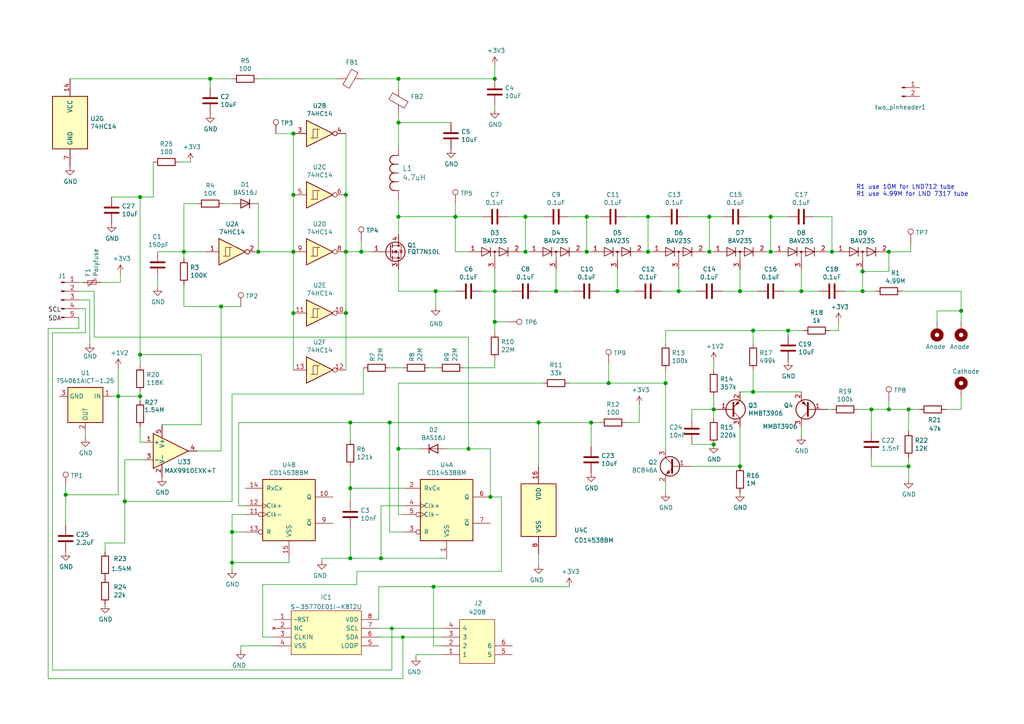
<source format=kicad_sch>
(kicad_sch (version 20250114) (generator "eeschema") (generator_version "9.0")
  (paper "A4")
  (title_block (title "SafePulse High Voltage Geiger Muller Power Supply") (date "2025-04-04") (rev "1.2.6") (company "SafeCast Team") (comment 1 "4 Layer Version With Counter") (comment 2 "contact: Allan Lind allan@safecast.org and Rob Oudendijk rob@safecast.org"))
  (lib_symbols
    (symbol "2021-01-06_02-33-04:NRS6020T2R2NMGJ" (pin_numbers (hide yes)) (pin_names (offset 1.651) (hide yes))
      (property "Reference" "L" (at 6.985 5.08 0))
      (property "Value" "NRS6020T2R2NMGJ" (at 6.985 -5.715 0))
      (symbol "NRS6020T2R2NMGJ_1_1"
        (pin unspecified line (at 0 0 0) (length 2.54) (name "2") (number "2"))
        (pin unspecified line (at 15.24 0 180) (length 2.54) (name "1") (number "1"))
      )
    )
    (symbol "4208:4208" (pin_names (offset 0.762))
      (property "Reference" "J2" (at -10.16 14.0758 0))
      (property "Value" "4208" (at -10.16 11.3007 0))
      (symbol "4208_0_0"
        (pin passive line (at 0 0 0) (length 5.08) (name "5") (number "5"))
        (pin passive line (at 0 -2.54 0) (length 5.08) (name "6") (number "6"))
        (pin passive line (at 20.32 0 180) (length 5.08) (name "1") (number "1"))
        (pin passive line (at 20.32 -2.54 180) (length 5.08) (name "2") (number "2"))
        (pin passive line (at 20.32 -5.08 180) (length 5.08) (name "3") (number "3"))
        (pin passive line (at 20.32 -7.62 180) (length 5.08) (name "4") (number "4"))
      )
    )
    (symbol "4xxx:4538" (pin_names (offset 1.016))
      (property "Reference" "U" (at -7.62 8.89 0))
      (property "Value" "4538" (at -7.62 -11.43 0))
      (symbol "4538_1_0"
        (pin input line (at -12.7 5.08 0) (length 5.08) (name "RxCx") (number "2"))
        (pin input clock (at -12.7 0 0) (length 5.08) (name "Clk+") (number "4"))
        (pin input inverted_clock (at -12.7 -2.54 0) (length 5.08) (name "Clk-") (number "5"))
        (pin input inverted (at -12.7 -7.62 0) (length 5.08) (name "R") (number "3"))
        (pin power_in line (at 0 -15.24 90) (length 5.08) (name "VSS") (number "1"))
        (pin output line (at 12.7 2.54 180) (length 5.08) (name "Q") (number "6"))
        (pin output line (at 12.7 -5.08 180) (length 5.08) (name "~{Q}") (number "7"))
      )
      (symbol "4538_2_0"
        (pin input line (at -12.7 5.08 0) (length 5.08) (name "RxCx") (number "14"))
        (pin input clock (at -12.7 0 0) (length 5.08) (name "Clk+") (number "12"))
        (pin input inverted_clock (at -12.7 -2.54 0) (length 5.08) (name "Clk-") (number "11"))
        (pin input inverted (at -12.7 -7.62 0) (length 5.08) (name "R") (number "13"))
        (pin power_in line (at 0 -15.24 90) (length 5.08) (name "VSS") (number "15"))
        (pin output line (at 12.7 2.54 180) (length 5.08) (name "Q") (number "10"))
        (pin output line (at 12.7 -5.08 180) (length 5.08) (name "~{Q}") (number "9"))
      )
      (symbol "4538_3_0"
        (pin power_in line (at 0 12.7 270) (length 5.08) (name "VDD") (number "16"))
        (pin power_in line (at 0 -12.7 90) (length 5.08) (name "VSS") (number "8"))
      )
    )
    (symbol "74xx:74HC14" (pin_names (offset 1.016))
      (property "Reference" "U" (at 0 1.27 0))
      (property "Value" "74HC14" (at 0 -1.27 0))
      (symbol "74HC14_1_0"
        (pin input line (at -7.62 0 0) (length 3.81) (name "~") (number "1"))
        (pin output inverted (at 7.62 0 180) (length 3.81) (name "~") (number "2"))
      )
      (symbol "74HC14_2_0"
        (pin input line (at -7.62 0 0) (length 3.81) (name "~") (number "3"))
        (pin output inverted (at 7.62 0 180) (length 3.81) (name "~") (number "4"))
      )
      (symbol "74HC14_3_0"
        (pin input line (at -7.62 0 0) (length 3.81) (name "~") (number "5"))
        (pin output inverted (at 7.62 0 180) (length 3.81) (name "~") (number "6"))
      )
      (symbol "74HC14_4_0"
        (pin input line (at -7.62 0 0) (length 3.81) (name "~") (number "9"))
        (pin output inverted (at 7.62 0 180) (length 3.81) (name "~") (number "8"))
      )
      (symbol "74HC14_5_0"
        (pin input line (at -7.62 0 0) (length 3.81) (name "~") (number "11"))
        (pin output inverted (at 7.62 0 180) (length 3.81) (name "~") (number "10"))
      )
      (symbol "74HC14_6_0"
        (pin input line (at -7.62 0 0) (length 3.81) (name "~") (number "13"))
        (pin output inverted (at 7.62 0 180) (length 3.81) (name "~") (number "12"))
      )
      (symbol "74HC14_7_0"
        (pin power_in line (at 0 12.7 270) (length 5.08) (name "VCC") (number "14"))
        (pin power_in line (at 0 -12.7 90) (length 5.08) (name "GND") (number "7"))
      )
    )
    (symbol "Amplifier_Operational:MCP6L01Ux-xOT" (pin_names (offset 0.127))
      (property "Reference" "U" (at 0 7.62 0))
      (property "Value" "MCP6L01Ux-xOT" (at 0 5.08 0))
      (symbol "MCP6L01Ux-xOT_1_1"
        (pin input line (at -7.62 2.54 0) (length 2.54) (name "+") (number "1"))
        (pin input line (at -7.62 -2.54 0) (length 2.54) (name "-") (number "3"))
        (pin power_in line (at -2.54 7.62 270) (length 3.81) (name "V+") (number "5"))
        (pin power_in line (at -2.54 -7.62 90) (length 3.81) (name "V-") (number "2"))
        (pin output line (at 7.62 0 180) (length 2.54) (name "~") (number "4"))
      )
    )
    (symbol "Connector:Conn_01x02_Male" (pin_names (offset 1.016) (hide yes))
      (property "Reference" "J" (at 0 2.54 0))
      (property "Value" "Conn_01x02_Male" (at 0 -5.08 0))
      (symbol "Conn_01x02_Male_1_1"
        (pin passive line (at 5.08 0 180) (length 3.81) (name "Pin_1") (number "1"))
        (pin passive line (at 5.08 -2.54 180) (length 3.81) (name "Pin_2") (number "2"))
      )
    )
    (symbol "Connector:Conn_01x05_Pin" (pin_names (offset 1.016) (hide yes))
      (property "Reference" "J" (at 0 7.62 0))
      (property "Value" "Conn_01x05_Pin" (at 0 -7.62 0))
      (symbol "Conn_01x05_Pin_1_1"
        (pin passive line (at 5.08 5.08 180) (length 3.81) (name "Pin_1") (number "1"))
        (pin passive line (at 5.08 2.54 180) (length 3.81) (name "Pin_2") (number "2"))
        (pin passive line (at 5.08 0 180) (length 3.81) (name "Pin_3") (number "3"))
        (pin passive line (at 5.08 -2.54 180) (length 3.81) (name "Pin_4") (number "4"))
        (pin passive line (at 5.08 -5.08 180) (length 3.81) (name "Pin_5") (number "5"))
      )
    )
    (symbol "Connector:TestPoint" (pin_numbers (hide yes)) (pin_names (offset 0.762) (hide yes))
      (property "Reference" "TP" (at 0 6.858 0))
      (property "Value" "TestPoint" (at 0 5.08 0))
      (symbol "TestPoint_1_1"
        (pin passive line (at 0 0 90) (length 2.54) (name "1") (number "1"))
      )
    )
    (symbol "Device:C" (pin_numbers (hide yes)) (pin_names (offset 0.254))
      (property "Reference" "C" (at 0.635 2.54 0))
      (property "Value" "C" (at 0.635 -2.54 0))
      (symbol "C_1_1"
        (pin passive line (at 0 3.81 270) (length 2.794) (name "~") (number "1"))
        (pin passive line (at 0 -3.81 90) (length 2.794) (name "~") (number "2"))
      )
    )
    (symbol "Device:Ferrite_Bead" (pin_numbers (hide yes)) (pin_names (offset 0))
      (property "Reference" "FB" (at -3.81 0.635 90))
      (property "Value" "Ferrite_Bead" (at 3.81 0 90))
      (symbol "Ferrite_Bead_1_1"
        (pin passive line (at 0 3.81 270) (length 2.54) (name "~") (number "1"))
        (pin passive line (at 0 -3.81 90) (length 2.54) (name "~") (number "2"))
      )
    )
    (symbol "Device:Polyfuse_Small" (pin_numbers (hide yes)) (pin_names (offset 0))
      (property "Reference" "F" (at -1.905 0 90))
      (property "Value" "Polyfuse_Small" (at 1.905 0 90))
      (symbol "Polyfuse_Small_1_1"
        (pin passive line (at 0 2.54 270) (length 0.635) (name "~") (number "1"))
        (pin passive line (at 0 -2.54 90) (length 0.635) (name "~") (number "2"))
      )
    )
    (symbol "Device:R" (pin_numbers (hide yes)) (pin_names (offset 0))
      (property "Reference" "R" (at 2.032 0 90))
      (property "Value" "R" (at 0 0 90))
      (symbol "R_1_1"
        (pin passive line (at 0 3.81 270) (length 1.27) (name "~") (number "1"))
        (pin passive line (at 0 -3.81 90) (length 1.27) (name "~") (number "2"))
      )
    )
    (symbol "Diode:1N4148W" (pin_numbers (hide yes)) (pin_names (offset 1.016) (hide yes))
      (property "Reference" "D" (at 0 2.54 0))
      (property "Value" "1N4148W" (at 0 -2.54 0))
      (symbol "1N4148W_1_1"
        (pin passive line (at -3.81 0 0) (length 2.54) (name "K") (number "1"))
        (pin passive line (at 3.81 0 180) (length 2.54) (name "A") (number "2"))
      )
    )
    (symbol "Diode:BAV99" (pin_names (hide yes))
      (property "Reference" "D" (at 0 5.08 0))
      (property "Value" "BAV99" (at 0 2.54 0))
      (symbol "BAV99_1_1"
        (pin passive line (at -7.62 0 0) (length 2.54) (name "K") (number "1"))
        (pin passive line (at 0 -5.08 90) (length 2.54) (name "K") (number "3"))
        (pin passive line (at 7.62 0 180) (length 2.54) (name "A") (number "2"))
      )
    )
    (symbol "Ferrite_Bead_1" (pin_numbers (hide yes)) (pin_names (offset 0))
      (property "Reference" "FB" (at -3.81 0.635 90))
      (property "Value" "Ferrite_Bead_1" (at 3.81 0 90))
      (symbol "Ferrite_Bead_1_1_1"
        (pin passive line (at 0 3.81 270) (length 2.54) (name "~") (number "1"))
        (pin passive line (at 0 -3.81 90) (length 2.54) (name "~") (number "2"))
      )
    )
    (symbol "Mechanical:MountingHole_Pad" (pin_numbers (hide yes)) (pin_names (offset 1.016) (hide yes))
      (property "Reference" "H" (at 0 6.35 0))
      (property "Value" "MountingHole_Pad" (at 0 4.445 0))
      (symbol "MountingHole_Pad_1_1"
        (pin input line (at 0 -2.54 90) (length 2.54) (name "1") (number "1"))
      )
    )
    (symbol "Reference_Voltage:MAX6035xxUR30"
      (property "Reference" "U" (at 0 6.35 0))
      (property "Value" "MAX6035xxUR30" (at 2.54 -6.35 0))
      (symbol "MAX6035xxUR30_1_1"
        (pin power_in line (at -2.54 7.62 270) (length 2.54) (name "IN") (number "1"))
        (pin power_in line (at -2.54 -7.62 90) (length 2.54) (name "GND") (number "3"))
        (pin power_out line (at 7.62 0 180) (length 2.54) (name "OUT") (number "2"))
      )
    )
    (symbol "S-35770E01I-K8T2U:S-35770E01I-K8T2U" (pin_names (offset 0.762))
      (property "Reference" "IC1" (at 15.24 6.4558 0))
      (property "Value" "S-35770E01I-K8T2U" (at 15.24 3.6807 0))
      (symbol "S-35770E01I-K8T2U_0_0"
        (pin passive line (at 0 0 0) (length 5.08) (name "~RST") (number "1"))
        (pin no_connect line (at 0 -2.54 0) (length 5.08) (name "NC") (number "2"))
        (pin passive line (at 0 -5.08 0) (length 5.08) (name "CLKIN") (number "3"))
        (pin passive line (at 0 -7.62 0) (length 5.08) (name "VSS") (number "4"))
        (pin passive line (at 30.48 0 180) (length 5.08) (name "VDD") (number "8"))
        (pin passive line (at 30.48 -2.54 180) (length 5.08) (name "SCL") (number "7"))
        (pin passive line (at 30.48 -5.08 180) (length 5.08) (name "SDA") (number "6"))
        (pin passive line (at 30.48 -7.62 180) (length 5.08) (name "LOOP") (number "5"))
      )
    )
    (symbol "Transistor_BJT:BC846" (pin_names (offset 0) (hide yes))
      (property "Reference" "Q" (at 5.08 1.905 0))
      (property "Value" "BC846" (at 5.08 0 0))
      (symbol "BC846_1_1"
        (pin input line (at -5.08 0 0) (length 5.715) (name "B") (number "1"))
        (pin passive line (at 2.54 5.08 270) (length 2.54) (name "C") (number "3"))
        (pin passive line (at 2.54 -5.08 90) (length 2.54) (name "E") (number "2"))
      )
    )
    (symbol "Transistor_BJT:MMBT3906" (pin_names (offset 0) (hide yes))
      (property "Reference" "Q" (at 5.08 1.905 0))
      (property "Value" "MMBT3906" (at 5.08 0 0))
      (symbol "MMBT3906_1_1"
        (pin input line (at -5.08 0 0) (length 5.715) (name "B") (number "1"))
        (pin passive line (at 2.54 5.08 270) (length 2.54) (name "C") (number "3"))
        (pin passive line (at 2.54 -5.08 90) (length 2.54) (name "E") (number "2"))
      )
    )
    (symbol "Transistor_FET:IRF6655" (pin_names (hide yes))
      (property "Reference" "Q" (at 5.08 1.905 0))
      (property "Value" "IRF6655" (at 5.08 0 0))
      (symbol "IRF6655_1_1"
        (pin input line (at -5.08 0 0) (length 2.54) (name "G") (number "1"))
        (pin passive line (at 2.54 5.08 270) (length 2.54) (name "D") (number "4"))
        (pin passive line (at 2.54 -5.08 90) (length 2.54) (name "S") (number "3"))
      )
    )
    (symbol "power:+1V2" (power) (pin_names (offset 0))
      (property "Value" "+1V2" (at 0 3.556 0))
      (symbol "+1V2_1_1"
        (pin power_in line (at 0 0 90) (length 0) (hide yes) (name "+1V2") (number "1"))
      )
    )
    (symbol "power:+3.3V" (power) (pin_names (offset 0))
      (property "Value" "+3.3V" (at 0 3.556 0))
      (symbol "+3.3V_1_1"
        (pin power_in line (at 0 0 90) (length 0) (hide yes) (name "+3V3") (number "1"))
      )
    )
    (symbol "power:+3V3" (power) (pin_names (offset 0))
      (property "Value" "+3V3" (at 0 3.556 0))
      (symbol "+3V3_1_1"
        (pin power_in line (at 0 0 90) (length 0) (hide yes) (name "+3V3") (number "1"))
      )
    )
    (symbol "power:GND" (power) (pin_names (offset 0))
      (property "Value" "GND" (at 0 -3.81 0))
      (symbol "GND_1_1"
        (pin power_in line (at 0 0 270) (length 0) (hide yes) (name "GND") (number "1"))
      )
    )
  )
  (text "R1 use 10M for LND712 tube\nR1 use 4.99M for LND 7317 tube" (at 248.285 57.15 0) (effects (font (size 1.27 1.27)) (justify left bottom)))
  (junction (at 257.81 73.025) (diameter 1.016))
  (junction (at 143.51 84.455) (diameter 1.016))
  (junction (at 40.64 114.935) (diameter 1.016))
  (junction (at 161.29 84.455) (diameter 1.016))
  (junction (at 252.73 118.745) (diameter 1.016))
  (junction (at 113.03 122.555) (diameter 1.016))
  (junction (at 85.09 38.735) (diameter 1.016))
  (junction (at 179.07 84.455) (diameter 1.016))
  (junction (at 156.21 122.555) (diameter 1.016))
  (junction (at 101.6 122.555) (diameter 1.016))
  (junction (at 74.93 73.025) (diameter 1.016))
  (junction (at 100.33 90.805) (diameter 1.016))
  (junction (at 187.96 62.865) (diameter 1.016))
  (junction (at 115.57 130.175) (diameter 1.016))
  (junction (at 207.01 118.745) (diameter 1.016))
  (junction (at 101.6 141.605) (diameter 1.016))
  (junction (at 263.525 118.745) (diameter 1.016))
  (junction (at 228.6 95.885) (diameter 1.016))
  (junction (at 241.3 73.025) (diameter 1.016))
  (junction (at 152.4 73.025) (diameter 1.016))
  (junction (at 115.57 35.56) (diameter 1.016))
  (junction (at 187.96 73.025) (diameter 1.016))
  (junction (at 67.31 163.195) (diameter 1.016))
  (junction (at 115.57 22.86) (diameter 1.016))
  (junction (at 36.195 145.415) (diameter 1.016))
  (junction (at 60.96 22.86) (diameter 1.016))
  (junction (at 125.73 170.18) (diameter 1.016))
  (junction (at 205.74 62.865) (diameter 1.016))
  (junction (at 132.08 62.865) (diameter 1.016))
  (junction (at 100.33 56.515) (diameter 1.016))
  (junction (at 170.18 73.025) (diameter 1.016))
  (junction (at 250.19 78.74) (diameter 1.016))
  (junction (at 218.44 113.665) (diameter 1.016))
  (junction (at 214.63 135.255) (diameter 1.016))
  (junction (at 101.6 161.925) (diameter 1.016))
  (junction (at 53.34 73.025) (diameter 1.016))
  (junction (at 85.09 56.515) (diameter 1.016))
  (junction (at 205.74 73.025) (diameter 1.016))
  (junction (at 40.64 57.15) (diameter 1.016))
  (junction (at 67.31 154.305) (diameter 1.016))
  (junction (at 40.64 102.87) (diameter 1.016))
  (junction (at 223.52 62.865) (diameter 1.016))
  (junction (at 116.84 184.785))
  (junction (at 126.365 84.455) (diameter 1.016))
  (junction (at 193.04 111.125) (diameter 1.016))
  (junction (at 34.29 114.935) (diameter 1.016))
  (junction (at 143.51 22.86) (diameter 1.016))
  (junction (at 152.4 62.865) (diameter 1.016))
  (junction (at 232.41 84.455) (diameter 1.016))
  (junction (at 143.51 93.345) (diameter 1.016))
  (junction (at 263.525 135.255) (diameter 1.016))
  (junction (at 135.89 130.175) (diameter 1.016))
  (junction (at 278.765 90.17) (diameter 1.016))
  (junction (at 196.85 84.455) (diameter 1.016))
  (junction (at 214.63 84.455) (diameter 1.016))
  (junction (at 176.53 111.125) (diameter 1.016))
  (junction (at 257.81 118.745) (diameter 1.016))
  (junction (at 170.18 62.865) (diameter 1.016))
  (junction (at 218.44 95.885) (diameter 1.016))
  (junction (at 250.19 84.455) (diameter 1.016))
  (junction (at 64.135 88.9) (diameter 1.016))
  (junction (at 85.09 73.025) (diameter 1.016))
  (junction (at 85.09 90.805) (diameter 1.016))
  (junction (at 115.57 62.865) (diameter 1.016))
  (junction (at 19.05 143.51) (diameter 1.016))
  (junction (at 100.33 73.025) (diameter 1.016))
  (junction (at 171.45 122.555) (diameter 1.016))
  (junction (at 113.665 182.245))
  (junction (at 104.775 73.025) (diameter 1.016))
  (junction (at 110.49 161.925) (diameter 1.016))
  (junction (at 142.24 144.145) (diameter 1.016))
  (junction (at 223.52 73.025) (diameter 1.016))
  (junction (at 207.01 128.905) (diameter 1.016))
  (wire (pts (xy 214.63 84.455) (xy 219.71 84.455)))
  (wire (pts (xy 218.44 113.665) (xy 232.41 113.665)))
  (wire (pts (xy 113.03 122.555) (xy 156.21 122.555)))
  (wire (pts (xy 223.52 73.025) (xy 224.79 73.025)))
  (wire (pts (xy 19.05 140.97) (xy 19.05 143.51)))
  (wire (pts (xy 19.05 143.51) (xy 19.05 152.4)))
  (wire (pts (xy 41.91 128.27) (xy 40.64 128.27)))
  (wire (pts (xy 74.93 59.055) (xy 74.93 73.025)))
  (wire (pts (xy 24.765 89.535) (xy 22.86 89.535)))
  (wire (pts (xy 156.21 122.555) (xy 171.45 122.555)))
  (wire (pts (xy 171.45 122.555) (xy 173.99 122.555)))
  (wire (pts (xy 170.18 73.025) (xy 170.18 62.865)))
  (wire (pts (xy 218.44 95.885) (xy 218.44 99.695)))
  (wire (pts (xy 57.15 130.81) (xy 64.135 130.81)))
  (wire (pts (xy 263.525 135.255) (xy 263.525 139.065)))
  (wire (pts (xy 53.34 59.055) (xy 53.34 73.025)))
  (wire (pts (xy 44.45 57.15) (xy 44.45 46.99)))
  (wire (pts (xy 36.195 145.415) (xy 36.195 157.48)))
  (wire (pts (xy 67.31 145.415) (xy 36.195 145.415)))
  (wire (pts (xy 125.73 170.18) (xy 125.73 187.325)))
  (wire (pts (xy 128.27 187.325) (xy 125.73 187.325)))
  (wire (pts (xy 116.84 154.305) (xy 113.03 154.305)))
  (wire (pts (xy 152.4 73.025) (xy 153.67 73.025)))
  (wire (pts (xy 156.21 160.655) (xy 156.21 163.83)))
  (wire (pts (xy 34.925 81.915) (xy 34.925 79.375)))
  (wire (pts (xy 170.18 73.025) (xy 171.45 73.025)))
  (wire (pts (xy 101.6 127.635) (xy 101.6 122.555)))
  (wire (pts (xy 200.66 128.905) (xy 207.01 128.905)))
  (wire (pts (xy 204.47 73.025) (xy 205.74 73.025)))
  (wire (pts (xy 200.66 118.745) (xy 207.01 118.745)))
  (wire (pts (xy 109.855 179.705) (xy 109.855 170.18)))
  (wire (pts (xy 252.73 132.715) (xy 252.73 135.255)))
  (wire (pts (xy 181.61 62.865) (xy 187.96 62.865)))
  (wire (pts (xy 100.33 73.025) (xy 100.33 90.805)))
  (wire (pts (xy 217.17 62.865) (xy 223.52 62.865)))
  (wire (pts (xy 109.855 182.245) (xy 113.665 182.245)))
  (wire (pts (xy 93.345 161.925) (xy 93.345 162.56)))
  (wire (pts (xy 101.6 161.925) (xy 93.345 161.925)))
  (wire (pts (xy 40.64 114.935) (xy 40.64 116.205)))
  (wire (pts (xy 67.31 149.225) (xy 67.31 154.305)))
  (wire (pts (xy 45.72 73.025) (xy 53.34 73.025)))
  (wire (pts (xy 200.66 135.255) (xy 214.63 135.255)))
  (wire (pts (xy 200.66 121.285) (xy 200.66 118.745)))
  (wire (pts (xy 74.93 22.86) (xy 97.79 22.86)))
  (wire (pts (xy 113.03 154.305) (xy 113.03 122.555)))
  (wire (pts (xy 193.04 107.315) (xy 193.04 111.125)))
  (wire (pts (xy 143.51 93.345) (xy 143.51 96.52)))
  (wire (pts (xy 176.53 105.41) (xy 176.53 111.125)))
  (wire (pts (xy 69.215 122.555) (xy 101.6 122.555)))
  (wire (pts (xy 69.215 146.685) (xy 69.215 122.555)))
  (wire (pts (xy 71.12 146.685) (xy 69.215 146.685)))
  (wire (pts (xy 143.51 78.105) (xy 143.51 84.455)))
  (wire (pts (xy 115.57 22.86) (xy 115.57 25.4)))
  (wire (pts (xy 53.34 73.025) (xy 59.69 73.025)))
  (wire (pts (xy 171.45 129.54) (xy 171.45 122.555)))
  (wire (pts (xy 152.4 62.865) (xy 147.32 62.865)))
  (wire (pts (xy 151.13 73.025) (xy 152.4 73.025)))
  (wire (pts (xy 187.96 73.025) (xy 189.23 73.025)))
  (wire (pts (xy 15.24 194.31) (xy 113.665 194.31)))
  (wire (pts (xy 179.07 84.455) (xy 184.15 84.455)))
  (wire (pts (xy 105.41 22.86) (xy 115.57 22.86)))
  (wire (pts (xy 115.57 22.86) (xy 143.51 22.86)))
  (wire (pts (xy 116.84 196.85) (xy 116.84 184.785)))
  (wire (pts (xy 115.57 35.56) (xy 130.81 35.56)))
  (wire (pts (xy 113.665 194.31) (xy 113.665 182.245)))
  (wire (pts (xy 85.09 90.805) (xy 85.09 73.025)))
  (wire (pts (xy 207.01 118.745) (xy 207.01 121.285)))
  (wire (pts (xy 143.51 104.14) (xy 143.51 106.68)))
  (wire (pts (xy 143.51 106.68) (xy 134.62 106.68)))
  (wire (pts (xy 100.33 90.805) (xy 100.33 107.315)))
  (wire (pts (xy 22.86 92.075) (xy 22.86 95.25)))
  (wire (pts (xy 278.765 84.455) (xy 278.765 90.17)))
  (wire (pts (xy 278.765 90.17) (xy 278.765 93.345)))
  (wire (pts (xy 161.29 78.105) (xy 161.29 84.455)))
  (wire (pts (xy 26.035 86.995) (xy 26.035 99.695)))
  (wire (pts (xy 58.42 102.87) (xy 40.64 102.87)))
  (wire (pts (xy 58.42 102.87) (xy 58.42 123.19)))
  (wire (pts (xy 240.665 95.885) (xy 243.205 95.885)))
  (wire (pts (xy 143.51 30.48) (xy 143.51 31.75)))
  (wire (pts (xy 232.41 126.365) (xy 232.41 123.825)))
  (wire (pts (xy 36.195 133.35) (xy 41.91 133.35)))
  (wire (pts (xy 36.195 145.415) (xy 36.195 133.35)))
  (wire (pts (xy 274.32 118.745) (xy 278.765 118.745)))
  (wire (pts (xy 196.85 78.105) (xy 196.85 84.455)))
  (wire (pts (xy 181.61 122.555) (xy 185.42 122.555)))
  (wire (pts (xy 40.64 123.825) (xy 40.64 128.27)))
  (wire (pts (xy 30.48 157.48) (xy 30.48 160.02)))
  (wire (pts (xy 101.6 153.035) (xy 101.6 161.925)))
  (wire (pts (xy 110.49 161.925) (xy 129.54 161.925)))
  (wire (pts (xy 104.775 73.025) (xy 107.95 73.025)))
  (wire (pts (xy 227.33 84.455) (xy 232.41 84.455)))
  (wire (pts (xy 207.01 104.775) (xy 207.01 107.315)))
  (wire (pts (xy 205.74 73.025) (xy 205.74 62.865)))
  (wire (pts (xy 100.33 56.515) (xy 100.33 73.025)))
  (wire (pts (xy 222.25 73.025) (xy 223.52 73.025)))
  (wire (pts (xy 263.525 118.745) (xy 266.7 118.745)))
  (wire (pts (xy 185.42 122.555) (xy 185.42 117.475)))
  (wire (pts (xy 228.6 95.885) (xy 233.045 95.885)))
  (wire (pts (xy 27.305 97.79) (xy 135.89 97.79)))
  (wire (pts (xy 193.04 142.875) (xy 193.04 140.335)))
  (wire (pts (xy 109.855 184.785) (xy 116.84 184.785)))
  (wire (pts (xy 161.29 84.455) (xy 166.37 84.455)))
  (wire (pts (xy 218.44 107.315) (xy 218.44 113.665)))
  (wire (pts (xy 74.93 73.025) (xy 85.09 73.025)))
  (wire (pts (xy 205.74 62.865) (xy 209.55 62.865)))
  (wire (pts (xy 85.09 90.805) (xy 85.09 107.315)))
  (wire (pts (xy 64.77 59.055) (xy 67.31 59.055)))
  (wire (pts (xy 100.33 73.025) (xy 104.775 73.025)))
  (wire (pts (xy 115.57 130.175) (xy 121.92 130.175)))
  (wire (pts (xy 135.89 97.79) (xy 135.89 130.175)))
  (wire (pts (xy 24.765 127) (xy 24.765 125.095)))
  (wire (pts (xy 187.96 62.865) (xy 191.77 62.865)))
  (wire (pts (xy 152.4 73.025) (xy 152.4 62.865)))
  (wire (pts (xy 193.04 95.885) (xy 193.04 99.695)))
  (wire (pts (xy 218.44 95.885) (xy 228.6 95.885)))
  (wire (pts (xy 22.86 84.455) (xy 27.305 84.455)))
  (wire (pts (xy 241.3 73.025) (xy 242.57 73.025)))
  (wire (pts (xy 105.41 106.68) (xy 105.41 114.3)))
  (wire (pts (xy 115.57 111.125) (xy 157.48 111.125)))
  (wire (pts (xy 67.31 154.305) (xy 67.31 163.195)))
  (wire (pts (xy 67.31 163.195) (xy 67.31 165.1)))
  (wire (pts (xy 129.54 130.175) (xy 135.89 130.175)))
  (wire (pts (xy 22.86 81.915) (xy 24.13 81.915)))
  (wire (pts (xy 101.6 141.605) (xy 101.6 145.415)))
  (wire (pts (xy 232.41 84.455) (xy 237.49 84.455)))
  (wire (pts (xy 186.69 73.025) (xy 187.96 73.025)))
  (wire (pts (xy 173.99 84.455) (xy 179.07 84.455)))
  (wire (pts (xy 250.19 78.74) (xy 257.81 78.74)))
  (wire (pts (xy 257.81 78.74) (xy 257.81 73.025)))
  (wire (pts (xy 113.03 122.555) (xy 101.6 122.555)))
  (wire (pts (xy 263.525 118.745) (xy 263.525 125.095)))
  (wire (pts (xy 126.365 88.9) (xy 126.365 84.455)))
  (wire (pts (xy 20.32 22.86) (xy 60.96 22.86)))
  (wire (pts (xy 60.96 22.86) (xy 67.31 22.86)))
  (wire (pts (xy 214.63 113.665) (xy 218.44 113.665)))
  (wire (pts (xy 252.73 135.255) (xy 263.525 135.255)))
  (wire (pts (xy 116.84 184.785) (xy 128.27 184.785)))
  (wire (pts (xy 243.205 95.885) (xy 243.205 93.345)))
  (wire (pts (xy 53.34 59.055) (xy 57.15 59.055)))
  (wire (pts (xy 191.77 84.455) (xy 196.85 84.455)))
  (wire (pts (xy 176.53 111.125) (xy 193.04 111.125)))
  (wire (pts (xy 263.525 132.715) (xy 263.525 135.255)))
  (wire (pts (xy 179.07 78.105) (xy 179.07 84.455)))
  (wire (pts (xy 271.78 90.17) (xy 278.765 90.17)))
  (wire (pts (xy 271.78 93.345) (xy 271.78 90.17)))
  (wire (pts (xy 60.96 22.86) (xy 60.96 25.4)))
  (wire (pts (xy 26.035 86.995) (xy 22.86 86.995)))
  (wire (pts (xy 40.64 113.665) (xy 40.64 114.935)))
  (wire (pts (xy 83.82 163.195) (xy 83.82 161.925)))
  (wire (pts (xy 252.73 118.745) (xy 257.81 118.745)))
  (wire (pts (xy 278.765 118.745) (xy 278.765 114.935)))
  (wire (pts (xy 143.51 84.455) (xy 143.51 93.345)))
  (wire (pts (xy 236.22 62.865) (xy 241.3 62.865)))
  (wire (pts (xy 110.49 146.685) (xy 110.49 161.925)))
  (wire (pts (xy 205.74 73.025) (xy 207.01 73.025)))
  (wire (pts (xy 115.57 130.175) (xy 115.57 111.125)))
  (wire (pts (xy 45.72 80.645) (xy 45.72 83.185)))
  (wire (pts (xy 13.97 196.85) (xy 116.84 196.85)))
  (wire (pts (xy 250.19 84.455) (xy 254 84.455)))
  (wire (pts (xy 116.84 146.685) (xy 110.49 146.685)))
  (wire (pts (xy 115.57 35.56) (xy 115.57 42.545)))
  (wire (pts (xy 257.81 118.745) (xy 263.525 118.745)))
  (wire (pts (xy 193.04 95.885) (xy 218.44 95.885)))
  (wire (pts (xy 209.55 84.455) (xy 214.63 84.455)))
  (wire (pts (xy 245.11 84.455) (xy 250.19 84.455)))
  (wire (pts (xy 52.07 46.99) (xy 55.245 46.99)))
  (wire (pts (xy 132.08 59.055) (xy 132.08 62.865)))
  (wire (pts (xy 241.3 62.865) (xy 241.3 73.025)))
  (wire (pts (xy 116.84 149.225) (xy 115.57 149.225)))
  (wire (pts (xy 69.85 187.325) (xy 69.85 188.595)))
  (wire (pts (xy 79.375 187.325) (xy 69.85 187.325)))
  (wire (pts (xy 24.765 96.52) (xy 24.765 89.535)))
  (wire (pts (xy 257.81 116.205) (xy 257.81 118.745)))
  (wire (pts (xy 207.01 114.935) (xy 207.01 118.745)))
  (wire (pts (xy 53.34 73.025) (xy 53.34 74.93)))
  (wire (pts (xy 168.91 73.025) (xy 170.18 73.025)))
  (wire (pts (xy 199.39 62.865) (xy 205.74 62.865)))
  (wire (pts (xy 240.03 118.745) (xy 241.3 118.745)))
  (wire (pts (xy 113.03 106.68) (xy 116.84 106.68)))
  (wire (pts (xy 113.665 182.245) (xy 128.27 182.245)))
  (wire (pts (xy 157.48 62.865) (xy 152.4 62.865)))
  (wire (pts (xy 36.195 157.48) (xy 30.48 157.48)))
  (wire (pts (xy 46.99 123.19) (xy 58.42 123.19)))
  (wire (pts (xy 115.57 78.105) (xy 115.57 84.455)))
  (wire (pts (xy 115.57 84.455) (xy 126.365 84.455)))
  (wire (pts (xy 165.1 111.125) (xy 176.53 111.125)))
  (wire (pts (xy 139.7 62.865) (xy 132.08 62.865)))
  (wire (pts (xy 126.365 84.455) (xy 132.08 84.455)))
  (wire (pts (xy 250.19 78.105) (xy 250.19 78.74)))
  (wire (pts (xy 250.19 78.74) (xy 250.19 84.455)))
  (wire (pts (xy 143.51 19.05) (xy 143.51 22.86)))
  (wire (pts (xy 115.57 149.225) (xy 115.57 130.175)))
  (wire (pts (xy 135.89 130.175) (xy 142.24 130.175)))
  (wire (pts (xy 228.6 95.885) (xy 228.6 97.155)))
  (wire (pts (xy 64.135 88.9) (xy 64.135 130.81)))
  (wire (pts (xy 232.41 78.105) (xy 232.41 84.455)))
  (wire (pts (xy 15.24 194.31) (xy 15.24 96.52)))
  (wire (pts (xy 13.97 196.85) (xy 13.97 95.25)))
  (wire (pts (xy 32.385 57.15) (xy 40.64 57.15)))
  (wire (pts (xy 40.64 57.15) (xy 40.64 102.87)))
  (wire (pts (xy 40.64 57.15) (xy 44.45 57.15)))
  (wire (pts (xy 40.64 102.87) (xy 40.64 106.045)))
  (wire (pts (xy 170.18 62.865) (xy 173.99 62.865)))
  (wire (pts (xy 257.81 73.025) (xy 264.16 73.025)))
  (wire (pts (xy 264.16 73.025) (xy 264.16 70.485)))
  (wire (pts (xy 143.51 93.345) (xy 147.32 93.345)))
  (wire (pts (xy 15.24 96.52) (xy 24.765 96.52)))
  (wire (pts (xy 165.1 62.865) (xy 170.18 62.865)))
  (wire (pts (xy 139.7 84.455) (xy 143.51 84.455)))
  (wire (pts (xy 67.31 114.3) (xy 105.41 114.3)))
  (wire (pts (xy 67.31 145.415) (xy 67.31 114.3)))
  (wire (pts (xy 27.305 84.455) (xy 27.305 97.79)))
  (wire (pts (xy 252.73 118.745) (xy 252.73 125.095)))
  (wire (pts (xy 67.31 163.195) (xy 83.82 163.195)))
  (wire (pts (xy 156.21 84.455) (xy 161.29 84.455)))
  (wire (pts (xy 193.04 111.125) (xy 193.04 130.175)))
  (wire (pts (xy 120.65 189.865) (xy 120.65 190.5)))
  (wire (pts (xy 128.27 189.865) (xy 120.65 189.865)))
  (wire (pts (xy 53.34 88.9) (xy 64.135 88.9)))
  (wire (pts (xy 64.135 88.9) (xy 69.85 88.9)))
  (wire (pts (xy 196.85 84.455) (xy 201.93 84.455)))
  (wire (pts (xy 80.01 38.735) (xy 85.09 38.735)))
  (wire (pts (xy 115.57 62.865) (xy 132.08 62.865)))
  (wire (pts (xy 116.84 141.605) (xy 101.6 141.605)))
  (wire (pts (xy 143.51 84.455) (xy 148.59 84.455)))
  (wire (pts (xy 109.855 170.18) (xy 125.73 170.18)))
  (wire (pts (xy 125.73 170.18) (xy 165.1 170.18)))
  (wire (pts (xy 101.6 161.925) (xy 110.49 161.925)))
  (wire (pts (xy 156.21 135.255) (xy 156.21 122.555)))
  (wire (pts (xy 261.62 84.455) (xy 278.765 84.455)))
  (wire (pts (xy 13.97 95.25) (xy 22.86 95.25)))
  (wire (pts (xy 214.63 78.105) (xy 214.63 84.455)))
  (wire (pts (xy 214.63 123.825) (xy 214.63 135.255)))
  (wire (pts (xy 115.57 57.785) (xy 115.57 62.865)))
  (wire (pts (xy 223.52 73.025) (xy 223.52 62.865)))
  (wire (pts (xy 71.12 154.305) (xy 67.31 154.305)))
  (wire (pts (xy 29.21 81.915) (xy 34.925 81.915)))
  (wire (pts (xy 115.57 33.02) (xy 115.57 35.56)))
  (wire (pts (xy 135.89 73.025) (xy 132.08 73.025)))
  (wire (pts (xy 248.92 118.745) (xy 252.73 118.745)))
  (wire (pts (xy 240.03 73.025) (xy 241.3 73.025)))
  (wire (pts (xy 187.96 73.025) (xy 187.96 62.865)))
  (wire (pts (xy 223.52 62.865) (xy 228.6 62.865)))
  (wire (pts (xy 142.24 130.175) (xy 142.24 144.145)))
  (wire (pts (xy 104.775 69.85) (xy 104.775 73.025)))
  (wire (pts (xy 85.09 38.735) (xy 85.09 56.515)))
  (wire (pts (xy 53.34 82.55) (xy 53.34 88.9)))
  (wire (pts (xy 76.2 169.545) (xy 103.505 169.545)))
  (wire (pts (xy 76.2 184.785) (xy 76.2 169.545)))
  (wire (pts (xy 79.375 184.785) (xy 76.2 184.785)))
  (wire (pts (xy 103.505 165.735) (xy 145.415 165.735)))
  (wire (pts (xy 103.505 169.545) (xy 103.505 165.735)))
  (wire (pts (xy 145.415 144.145) (xy 142.24 144.145)))
  (wire (pts (xy 145.415 165.735) (xy 145.415 144.145)))
  (wire (pts (xy 85.09 56.515) (xy 85.09 73.025)))
  (wire (pts (xy 34.29 106.68) (xy 34.29 114.935)))
  (wire (pts (xy 19.05 143.51) (xy 34.29 143.51)))
  (wire (pts (xy 34.29 143.51) (xy 34.29 114.935)))
  (wire (pts (xy 100.33 38.735) (xy 100.33 56.515)))
  (wire (pts (xy 115.57 67.945) (xy 115.57 62.865)))
  (wire (pts (xy 71.12 149.225) (xy 67.31 149.225)))
  (wire (pts (xy 132.08 62.865) (xy 132.08 73.025)))
  (wire (pts (xy 101.6 135.255) (xy 101.6 141.605)))
  (wire (pts (xy 124.46 106.68) (xy 127 106.68)))
  (wire (pts (xy 32.385 114.935) (xy 34.29 114.935)))
  (wire (pts (xy 34.29 114.935) (xy 40.64 114.935)))
  (label "SDA" (at 13.97 93.345 0))
  (label "SCL" (at 13.97 90.805 0))
  (symbol (lib_id "74xx:74HC14") (at 67.31 73.025 0) (unit 1)
    (property "Reference" "U2" (at 67.31 64.9732 0))
    (property "Value" "74HC14" (at 67.31 67.2846 0))
    (property "Footprint" "Package_SO:SOIC-14_3.9x8.7mm_P1.27mm" (effects (hide yes)))
    (property "Datasheet" "https://www.digikey.com/en/products/detail/texas-instruments/CD74HC14M96/390309" (effects (hide yes)))
    (property "LCSC Part #" "C232776" (effects (hide yes)))
    (property "LCSC" "C232776" (effects (hide yes)))
  )
  (symbol (lib_id "74xx:74HC14") (at 92.71 38.735 0) (unit 2)
    (property "Reference" "U2" (at 92.71 30.6832 0))
    (property "Value" "74HC14" (at 92.71 32.9946 0))
    (property "Footprint" "Package_SO:SOIC-14_3.9x8.7mm_P1.27mm" (effects (hide yes)))
    (property "Datasheet" "https://www.digikey.com/en/products/detail/texas-instruments/CD74HC14M96/390309" (effects (hide yes)))
    (property "Digikey" "296-9179-1-ND" (effects (hide yes)))
    (property "LCSC Part #" "C232776" (effects (hide yes)))
    (property "LCSC" "C232776" (effects (hide yes)))
  )
  (symbol (lib_id "74xx:74HC14") (at 92.71 56.515 0) (unit 3)
    (property "Reference" "U2" (at 92.71 48.4632 0))
    (property "Value" "74HC14" (at 92.71 50.7746 0))
    (property "Footprint" "Package_SO:SOIC-14_3.9x8.7mm_P1.27mm" (effects (hide yes)))
    (property "Datasheet" "https://www.digikey.com/en/products/detail/texas-instruments/CD74HC14M96/390309" (effects (hide yes)))
    (property "Digikey" "296-9179-1-ND" (effects (hide yes)))
    (property "LCSC Part #" "C232776" (effects (hide yes)))
    (property "LCSC" "C232776" (effects (hide yes)))
  )
  (symbol (lib_id "74xx:74HC14") (at 92.71 73.025 0) (unit 4)
    (property "Reference" "U2" (at 92.71 64.9732 0))
    (property "Value" "74HC14" (at 92.71 67.2846 0))
    (property "Footprint" "Package_SO:SOIC-14_3.9x8.7mm_P1.27mm" (effects (hide yes)))
    (property "Datasheet" "https://www.digikey.com/en/products/detail/texas-instruments/CD74HC14M96/390309" (effects (hide yes)))
    (property "Digikey" "296-9179-1-ND" (effects (hide yes)))
    (property "LCSC Part #" "C232776" (effects (hide yes)))
    (property "LCSC" "C232776" (effects (hide yes)))
  )
  (symbol (lib_id "74xx:74HC14") (at 92.71 90.805 0) (unit 5)
    (property "Reference" "U2" (at 92.71 82.7532 0))
    (property "Value" "74HC14" (at 92.71 85.0646 0))
    (property "Footprint" "Package_SO:SOIC-14_3.9x8.7mm_P1.27mm" (effects (hide yes)))
    (property "Datasheet" "https://www.digikey.com/en/products/detail/texas-instruments/CD74HC14M96/390309" (effects (hide yes)))
    (property "Digikey" "296-9179-1-ND" (effects (hide yes)))
    (property "LCSC Part #" "C232776" (effects (hide yes)))
    (property "LCSC" "C232776" (effects (hide yes)))
  )
  (symbol (lib_id "74xx:74HC14") (at 92.71 107.315 0) (unit 6)
    (property "Reference" "U2" (at 92.71 99.2632 0))
    (property "Value" "74HC14" (at 92.71 101.5746 0))
    (property "Footprint" "Package_SO:SOIC-14_3.9x8.7mm_P1.27mm" (effects (hide yes)))
    (property "Datasheet" "https://www.digikey.com/en/products/detail/texas-instruments/CD74HC14M96/390309" (effects (hide yes)))
    (property "Digikey" "296-9179-1-ND" (effects (hide yes)))
    (property "LCSC Part #" "C232776" (effects (hide yes)))
    (property "LCSC" "C232776" (effects (hide yes)))
  )
  (symbol (lib_id "74xx:74HC14") (at 20.32 35.56 0) (unit 7)
    (property "Reference" "U2" (at 26.162 34.3916 0) (effects (justify left)))
    (property "Value" "74HC14" (at 26.162 36.703 0) (effects (justify left)))
    (property "Footprint" "Package_SO:SOIC-14_3.9x8.7mm_P1.27mm" (effects (hide yes)))
    (property "Datasheet" "https://www.digikey.com/en/products/detail/texas-instruments/CD74HC14M96/390309" (effects (hide yes)))
    (property "Digikey" "296-9179-1-ND" (effects (hide yes)))
    (property "LCSC Part #" "C232776" (effects (hide yes)))
    (property "LCSC" "C232776" (effects (hide yes)))
  )
  (symbol (lib_id "Diode:BAV99") (at 161.29 73.025 0) (unit 1)
    (property "Reference" "D4" (at 161.29 67.5386 0))
    (property "Value" "BAV23S" (at 161.29 69.85 0))
    (property "Footprint" "Package_TO_SOT_SMD:SOT-23" (effects (hide yes)))
    (property "Datasheet" "https://www.digikey.com/en/products/detail/on-semiconductor/BAV23S/965240" (effects (hide yes)))
    (property "Digikey" "BAV23SFSCT-ND" (effects (hide yes)))
    (property "LCSC Part #" "C151049" (effects (hide yes)))
    (property "LCSC" "C151049" (effects (hide yes)))
  )
  (symbol (lib_id "Diode:BAV99") (at 179.07 73.025 0) (unit 1)
    (property "Reference" "D5" (at 179.07 67.5386 0))
    (property "Value" "BAV23S" (at 179.07 69.85 0))
    (property "Footprint" "Package_TO_SOT_SMD:SOT-23" (effects (hide yes)))
    (property "Datasheet" "https://www.digikey.com/en/products/detail/on-semiconductor/BAV23S/965240" (effects (hide yes)))
    (property "Digikey" "BAV23SFSCT-ND" (effects (hide yes)))
    (property "LCSC Part #" "C151049" (effects (hide yes)))
    (property "LCSC" "C151049" (effects (hide yes)))
  )
  (symbol (lib_id "Diode:BAV99") (at 196.85 73.025 0) (unit 1)
    (property "Reference" "D6" (at 196.85 67.5386 0))
    (property "Value" "BAV23S" (at 196.85 69.85 0))
    (property "Footprint" "Package_TO_SOT_SMD:SOT-23" (effects (hide yes)))
    (property "Datasheet" "https://www.digikey.com/en/products/detail/on-semiconductor/BAV23S/965240" (effects (hide yes)))
    (property "Digikey" "BAV23SFSCT-ND" (effects (hide yes)))
    (property "LCSC Part #" "C151049" (effects (hide yes)))
    (property "LCSC" "C151049" (effects (hide yes)))
  )
  (symbol (lib_id "Diode:BAV99") (at 214.63 73.025 0) (unit 1)
    (property "Reference" "D7" (at 214.63 67.5386 0))
    (property "Value" "BAV23S" (at 214.63 69.85 0))
    (property "Footprint" "Package_TO_SOT_SMD:SOT-23" (effects (hide yes)))
    (property "Datasheet" "https://www.digikey.com/en/products/detail/on-semiconductor/BAV23S/965240" (effects (hide yes)))
    (property "Digikey" "BAV23SFSCT-ND" (effects (hide yes)))
    (property "LCSC Part #" "C151049" (effects (hide yes)))
    (property "LCSC" "C151049" (effects (hide yes)))
  )
  (symbol (lib_id "Diode:BAV99") (at 232.41 73.025 0) (unit 1)
    (property "Reference" "D8" (at 232.41 67.5386 0))
    (property "Value" "BAV23S" (at 232.41 69.85 0))
    (property "Footprint" "Package_TO_SOT_SMD:SOT-23" (effects (hide yes)))
    (property "Datasheet" "https://www.digikey.com/en/products/detail/on-semiconductor/BAV23S/965240" (effects (hide yes)))
    (property "Digikey" "BAV23SFSCT-ND" (effects (hide yes)))
    (property "LCSC Part #" "C151049" (effects (hide yes)))
    (property "LCSC" "C151049" (effects (hide yes)))
  )
  (symbol (lib_id "Diode:BAV99") (at 143.51 73.025 0) (unit 1)
    (property "Reference" "D3" (at 143.51 67.5386 0))
    (property "Value" "BAV23S" (at 143.51 69.85 0))
    (property "Footprint" "Package_TO_SOT_SMD:SOT-23" (effects (hide yes)))
    (property "Datasheet" "https://www.digikey.com/en/products/detail/on-semiconductor/BAV23S/965240" (effects (hide yes)))
    (property "Digikey" "BAV23SFSCT-ND" (effects (hide yes)))
    (property "LCSC Part #" "C151049" (effects (hide yes)))
    (property "LCSC" "C151049" (effects (hide yes)))
  )
  (symbol (lib_id "Diode:BAV99") (at 250.19 73.025 0) (unit 1)
    (property "Reference" "D9" (at 250.19 67.5386 0))
    (property "Value" "BAV23S" (at 250.19 69.85 0))
    (property "Footprint" "Package_TO_SOT_SMD:SOT-23" (effects (hide yes)))
    (property "Datasheet" "https://www.digikey.com/en/products/detail/on-semiconductor/BAV23S/965240" (effects (hide yes)))
    (property "Digikey" "BAV23SFSCT-ND" (effects (hide yes)))
    (property "LCSC Part #" "C151049" (effects (hide yes)))
    (property "LCSC" "C151049" (effects (hide yes)))
  )
  (symbol (lib_id "Device:C") (at 143.51 62.865 90) (unit 1)
    (property "Reference" "C7" (at 143.51 56.4642 90))
    (property "Value" "0.1uF" (at 143.51 58.7756 90))
    (property "Footprint" "Capacitor_SMD:C_0805_2012Metric" (effects (hide yes)))
    (property "Datasheet" "https://www.digikey.com/en/products/detail/tdk-corporation/C2012X7T2E104M125AE/2616394" (effects (hide yes)))
    (property "Digikey" "445-6808-1-ND" (effects (hide yes)))
    (property "LCSC Part #" "C710458" (effects (hide yes)))
    (property "LCSC" "C710458" (effects (hide yes)))
  )
  (symbol (lib_id "2021-01-06_02-33-04:NRS6020T2R2NMGJ") (at 115.57 57.785 90) (unit 1)
    (property "Reference" "L1" (at 116.6876 48.8188 90) (effects (font (size 1.524 1.524)) (justify right)))
    (property "Value" "4.7uH" (at 116.688 51.511 90) (effects (font (size 1.524 1.524)) (justify right)))
    (property "Footprint" "Inductor_SMD:L_Taiyo-Yuden_MD-4040" (effects (hide yes)))
    (property "Datasheet" "https://www.digikey.com/en/products/detail/taiyo-yuden/MDWK4040T4R7MM/5880041" (effects (hide yes)))
    (property "Digikey" "587-4451-1-ND" (effects (hide yes)))
    (property "LCSC Part #" " C5289366" (effects (hide yes)))
    (property "LCSC" "C359308" (effects (hide yes)))
  )
  (symbol (lib_id "power:GND") (at 126.365 88.9 0) (unit 1)
    (property "Reference" "#PWR014" (effects (hide yes)))
    (property "Value" "GND" (at 126.492 93.9292 0))
  )
  (symbol (lib_id "power:GND") (at 20.32 48.26 0) (unit 1)
    (property "Reference" "#PWR03" (effects (hide yes)))
    (property "Value" "GND" (at 20.447 52.6542 0))
  )
  (symbol (lib_id "Device:R") (at 101.6 131.445 0) (unit 1)
    (property "Reference" "R6" (at 103.378 130.2766 0) (effects (justify left)))
    (property "Value" "121k" (at 103.378 132.588 0) (effects (justify left)))
    (property "Footprint" "Resistor_SMD:R_0805_2012Metric" (effects (hide yes)))
    (property "Datasheet" "https://www.digikey.com/en/products/detail/koa-speer-electronics-inc/RK73H2ATTD1213F/10235721" (effects (hide yes)))
    (property "Digikey" "2019-RK73H2ATTD1213FCT-ND" (effects (hide yes)))
    (property "LCSC Part #" "C17438" (effects (hide yes)))
    (property "LCSC" "C17438" (effects (hide yes)))
  )
  (symbol (lib_id "power:+3.3V") (at 143.51 19.05 0) (unit 1)
    (property "Reference" "#PWR013" (effects (hide yes)))
    (property "Value" "+3V3" (at 143.891 14.6558 0))
  )
  (symbol (lib_id "Device:C") (at 130.81 39.37 0) (unit 1)
    (property "Reference" "C5" (at 133.731 38.2016 0) (effects (justify left)))
    (property "Value" "10uF" (at 133.731 40.513 0) (effects (justify left)))
    (property "Footprint" "Capacitor_SMD:C_0805_2012Metric" (effects (hide yes)))
    (property "Datasheet" "https://www.digikey.com/en/products/detail/samsung-electro-mechanics/CL21A106KOQNNNG/3894417" (effects (hide yes)))
    (property "Digikey" "1276-6455-1-ND" (effects (hide yes)))
    (property "LCSC Part #" "C1713" (effects (hide yes)))
    (property "LCSC" "C1713" (effects (hide yes)))
  )
  (symbol (lib_id "power:GND") (at 130.81 43.18 0) (unit 1)
    (property "Reference" "#PWR015" (effects (hide yes)))
    (property "Value" "GND" (at 130.937 47.5742 0))
  )
  (symbol (lib_id "power:GND") (at 143.51 31.75 0) (unit 1)
    (property "Reference" "#PWR011" (effects (hide yes)))
    (property "Value" "GND" (at 143.637 36.1442 0))
  )
  (symbol (lib_id "Device:R") (at 143.51 100.33 0) (unit 1)
    (property "Reference" "R10" (at 145.288 99.1616 0) (effects (justify left)))
    (property "Value" "22M" (at 145.288 101.473 0) (effects (justify left)))
    (property "Footprint" "Resistor_SMD:R_0805_2012Metric" (effects (hide yes)))
    (property "Datasheet" "https://www.digikey.com/en/products/detail/stackpole-electronics-inc/RMCF0805FT22M0/6053747" (effects (hide yes)))
    (property "Digikey" "RMCF0805FT22M0CT-ND" (effects (hide yes)))
    (property "LCSC Part #" "C34719" (effects (hide yes)))
    (property "LCSC" "C34719" (effects (hide yes)))
  )
  (symbol (lib_id "Device:R") (at 130.81 106.68 90) (unit 1)
    (property "Reference" "R9" (at 129.6416 104.902 0) (effects (justify left)))
    (property "Value" "22M" (at 131.953 104.902 0) (effects (justify left)))
    (property "Footprint" "Resistor_SMD:R_0805_2012Metric" (effects (hide yes)))
    (property "Datasheet" "https://www.digikey.com/en/products/detail/stackpole-electronics-inc/RMCF0805FT22M0/6053747" (effects (hide yes)))
    (property "Digikey" "RMCF0805FT22M0CT-ND" (effects (hide yes)))
    (property "LCSC Part #" "C34719" (effects (hide yes)))
    (property "LCSC" "C34719" (effects (hide yes)))
  )
  (symbol (lib_id "Device:R") (at 120.65 106.68 90) (unit 1)
    (property "Reference" "R8" (at 119.4816 104.902 0) (effects (justify left)))
    (property "Value" "22M" (at 121.793 104.902 0) (effects (justify left)))
    (property "Footprint" "Resistor_SMD:R_0805_2012Metric" (effects (hide yes)))
    (property "Datasheet" "https://www.digikey.com/en/products/detail/stackpole-electronics-inc/RMCF0805FT22M0/6053747" (effects (hide yes)))
    (property "Digikey" "RMCF0805FT22M0CT-ND" (effects (hide yes)))
    (property "LCSC Part #" "C34719" (effects (hide yes)))
    (property "LCSC" "C34719" (effects (hide yes)))
  )
  (symbol (lib_id "Device:R") (at 109.22 106.68 90) (unit 1)
    (property "Reference" "R7" (at 108.0516 104.902 0) (effects (justify left)))
    (property "Value" "22M" (at 110.363 104.902 0) (effects (justify left)))
    (property "Footprint" "Resistor_SMD:R_0805_2012Metric" (effects (hide yes)))
    (property "Datasheet" "https://www.digikey.com/en/products/detail/stackpole-electronics-inc/RMCF0805FT22M0/6053747" (effects (hide yes)))
    (property "Digikey" "RMCF0805FT22M0CT-ND" (effects (hide yes)))
    (property "LCSC Part #" "C34719" (effects (hide yes)))
    (property "LCSC" "C34719" (effects (hide yes)))
  )
  (symbol (lib_id "Device:R") (at 30.48 163.83 0) (unit 1)
    (property "Reference" "R23" (at 32.893 162.027 0) (effects (justify left)))
    (property "Value" "1.54M" (at 32.258 164.973 0) (effects (justify left)))
    (property "Footprint" "Resistor_SMD:R_0805_2012Metric" (effects (hide yes)))
    (property "Datasheet" "https://www.digikey.com/en/products/detail/yageo/RC0805FR-071M54L/727500" (effects (hide yes)))
    (property "Digikey" "311-1.54MCRCT-ND" (effects (hide yes)))
    (property "LCSC Part #" "C422787" (effects (hide yes)))
    (property "LCSC" "C422787" (effects (hide yes)))
  )
  (symbol (lib_id "4xxx:4538") (at 129.54 146.685 0) (unit 1)
    (property "Reference" "U4" (at 129.54 134.8232 0))
    (property "Value" "CD14538BM" (at 129.54 137.1346 0))
    (property "Footprint" "Package_SO:SOIC-16_3.9x9.9mm_P1.27mm" (effects (hide yes)))
    (property "Datasheet" "https://www.digikey.com/en/products/detail/texas-instruments/CD14538BM/1690553" (effects (hide yes)))
    (property "Digikey" "296-32849-5-ND" (effects (hide yes)))
    (property "LCSC Part #" "C56163" (effects (hide yes)))
    (property "LCSC" "C56163" (effects (hide yes)))
  )
  (symbol (lib_id "4xxx:4538") (at 83.82 146.685 0) (unit 2)
    (property "Reference" "U4" (at 83.82 134.8232 0))
    (property "Value" "CD14538BM" (at 83.82 137.1346 0))
    (property "Footprint" "Package_SO:SOIC-16_3.9x9.9mm_P1.27mm" (effects (hide yes)))
    (property "Datasheet" "https://www.digikey.com/en/products/detail/texas-instruments/CD14538BM/1690553" (effects (hide yes)))
    (property "Digikey" "296-32849-5-ND" (effects (hide yes)))
    (property "LCSC Part #" "C56163" (effects (hide yes)))
    (property "LCSC" "C56163" (effects (hide yes)))
  )
  (symbol (lib_id "4xxx:4538") (at 156.21 147.955 0) (unit 3)
    (property "Reference" "U4" (at 166.497 153.7716 0) (effects (justify left)))
    (property "Value" "CD14538BM" (at 166.497 156.718 0) (effects (justify left)))
    (property "Footprint" "Package_SO:SOIC-16_3.9x9.9mm_P1.27mm" (effects (hide yes)))
    (property "Datasheet" "https://www.digikey.com/en/products/detail/texas-instruments/CD14538BM/1690553" (effects (hide yes)))
    (property "Digikey" "296-32849-5-ND" (effects (hide yes)))
    (property "LCSC Part #" "C56163" (effects (hide yes)))
    (property "LCSC" "C56163" (effects (hide yes)))
  )
  (symbol (lib_id "Device:C") (at 101.6 149.225 0) (unit 1)
    (property "Reference" "C3" (at 104.521 148.0566 0) (effects (justify left)))
    (property "Value" "10nF" (at 104.521 150.368 0) (effects (justify left)))
    (property "Footprint" "Capacitor_SMD:C_0805_2012Metric" (effects (hide yes)))
    (property "Datasheet" "https://www.digikey.com/en/products/detail/avx-corporation/08055C102KAT2A/563481" (effects (hide yes)))
    (property "Digikey" "478-1371-1-ND" (effects (hide yes)))
    (property "LCSC Part #" "C83170" (effects (hide yes)))
    (property "LCSC" "C83170" (effects (hide yes)))
  )
  (symbol (lib_name "Ferrite_Bead_1") (lib_id "Device:Ferrite_Bead") (at 101.6 22.86 270) (unit 1)
    (property "Reference" "FB1" (at 100.2284 18.0848 90) (effects (justify left)))
    (property "Value" "74279220321" (effects (hide yes)))
    (property "Footprint" "Resistor_SMD:R_0805_2012Metric" (effects (hide yes)))
    (property "Datasheet" "https://www.digikey.com/en/products/detail/w%C3%BCrth-elektronik/74279220321/5051034" (effects (hide yes)))
    (property "Digikey" "732-6125-1-ND" (effects (hide yes)))
    (property "LCSC Part #" "C515370" (effects (hide yes)))
    (property "LCSC" "C515370" (effects (hide yes)))
  )
  (symbol (lib_id "Diode:1N4148W") (at 125.73 130.175 0) (unit 1)
    (property "Reference" "D2" (at 125.73 124.6632 0))
    (property "Value" "BAS16J" (at 125.73 126.975 0))
    (property "Footprint" "Diode_SMD:D_SOD-323" (effects (hide yes)))
    (property "Datasheet" "https://www.digikey.com/en/products/detail/nexperia-usa-inc/BAS16J135/2405996" (effects (hide yes)))
    (property "Digikey" "1727-4797-1-ND" (effects (hide yes)))
    (property "LCSC Part #" "C282360" (effects (hide yes)))
    (property "LCSC" "C282360" (effects (hide yes)))
  )
  (symbol (lib_id "power:GND") (at 30.48 175.26 0) (unit 1)
    (property "Reference" "#PWR02" (effects (hide yes)))
    (property "Value" "GND" (at 30.607 179.6542 0))
  )
  (symbol (lib_id "Reference_Voltage:MAX6035xxUR30") (at 24.765 117.475 270) (unit 1)
    (property "Reference" "U1" (at 24.765 108.1532 90))
    (property "Value" "TS4061AICT-1.25" (at 24.765 110.4646 90))
    (property "Footprint" "Package_TO_SOT_SMD:SOT-323_SC-70" (effects (hide yes)))
    (property "Datasheet" "https://www.st.com/content/ccc/resource/technical/document/datasheet/99/0a/06/84/6d/21/40/45/DM00114435.pdf/files/DM00114435.pdf/jcr:content/translations/en.DM00114435.pdf" (effects (hide yes)))
    (property "Digikey" "497-15222-1-ND" (effects (hide yes)))
    (property "LCSC Part #" "C5267733" (effects (hide yes)))
    (property "LCSC" "C5267733" (effects (hide yes)))
  )
  (symbol (lib_id "Device:R") (at 71.12 22.86 90) (unit 1)
    (property "Reference" "R5" (at 71.12 17.6022 90))
    (property "Value" "100" (at 71.12 19.914 90))
    (property "Footprint" "Resistor_SMD:R_0805_2012Metric" (effects (hide yes)))
    (property "Datasheet" "https://www.digikey.com/en/products/detail/te-connectivity-passive-product/CRG0805F100R/2380830" (effects (hide yes)))
    (property "LCSC Part #" "C328380" (effects (hide yes)))
    (property "LCSC" "C328380" (effects (hide yes)))
  )
  (symbol (lib_id "power:GND") (at 156.21 163.83 0) (unit 1)
    (property "Reference" "#PWR012" (effects (hide yes)))
    (property "Value" "GND" (at 155.702 168.2242 0))
  )
  (symbol (lib_id "Device:C") (at 60.96 29.21 0) (unit 1)
    (property "Reference" "C2" (at 63.881 28.0416 0) (effects (justify left)))
    (property "Value" "10uF" (at 63.881 30.353 0) (effects (justify left)))
    (property "Footprint" "Capacitor_SMD:C_0805_2012Metric" (effects (hide yes)))
    (property "Datasheet" "https://www.digikey.com/en/products/detail/samsung-electro-mechanics/CL21A106KOQNNNG/3894417" (effects (hide yes)))
    (property "Digikey" "1276-6455-1-ND" (effects (hide yes)))
    (property "LCSC Part #" "C1713" (effects (hide yes)))
    (property "LCSC" "C1713" (effects (hide yes)))
  )
  (symbol (lib_id "power:GND") (at 24.765 127 0) (unit 1)
    (property "Reference" "#PWR01" (effects (hide yes)))
    (property "Value" "GND" (at 24.892 131.3942 0))
  )
  (symbol (lib_id "Device:R") (at 177.8 122.555 270) (unit 1)
    (property "Reference" "R12" (at 177.8 117.2972 90))
    (property "Value" "100" (at 177.8 119.6086 90))
    (property "Footprint" "Resistor_SMD:R_0805_2012Metric" (effects (hide yes)))
    (property "Datasheet" "https://www.digikey.com/en/products/detail/te-connectivity-passive-product/CRG0805F100R/2380830" (effects (hide yes)))
    (property "Digikey" "A106053CT-ND" (effects (hide yes)))
    (property "LCSC Part #" "C328380" (effects (hide yes)))
    (property "LCSC" "C328380" (effects (hide yes)))
  )
  (symbol (lib_id "Device:R") (at 40.64 109.855 0) (unit 1)
    (property "Reference" "R20" (at 42.418 108.687 0) (effects (justify left)))
    (property "Value" "118K" (at 42.418 110.998 0) (effects (justify left)))
    (property "Footprint" "Resistor_SMD:R_0805_2012Metric" (effects (hide yes)))
    (property "Datasheet" "https://www.digikey.com/en/products/detail/yageo/RC0805FR-07118KL/727566" (effects (hide yes)))
    (property "Digikey" "311-118KCRCT-ND" (effects (hide yes)))
    (property "LCSC Part #" " C2999465" (effects (hide yes)))
    (property "LCSC" "C101434" (effects (hide yes)))
  )
  (symbol (lib_id "Device:C") (at 171.45 133.35 0) (unit 1)
    (property "Reference" "C23" (at 174.371 132.182 0) (effects (justify left)))
    (property "Value" "10uF" (at 174.371 134.493 0) (effects (justify left)))
    (property "Footprint" "Capacitor_SMD:C_0805_2012Metric" (effects (hide yes)))
    (property "Datasheet" "https://www.digikey.com/en/products/detail/samsung-electro-mechanics/CL21A106KOQNNNG/3894417" (effects (hide yes)))
    (property "Digikey" "1276-6455-1-ND" (effects (hide yes)))
    (property "LCSC Part #" "C1713" (effects (hide yes)))
    (property "LCSC" "C1713" (effects (hide yes)))
  )
  (symbol (lib_id "power:+3.3V") (at 34.925 79.375 0) (unit 1)
    (property "Reference" "#PWR04" (effects (hide yes)))
    (property "Value" "+3V3" (at 35.306 74.9808 0))
  )
  (symbol (lib_id "power:GND") (at 171.45 137.16 0) (unit 1)
    (property "Reference" "#PWR016" (effects (hide yes)))
    (property "Value" "GND" (at 171.577 141.5542 0))
  )
  (symbol (lib_id "power:GND") (at 60.96 33.02 0) (unit 1)
    (property "Reference" "#PWR09" (effects (hide yes)))
    (property "Value" "GND" (at 61.087 37.4142 0))
  )
  (symbol (lib_id "Device:R") (at 53.34 78.74 0) (unit 1)
    (property "Reference" "R3" (at 55.118 77.5716 0) (effects (justify left)))
    (property "Value" "100K" (at 55.118 79.883 0) (effects (justify left)))
    (property "Footprint" "Resistor_SMD:R_0805_2012Metric" (effects (hide yes)))
    (property "Datasheet" "https://www.digikey.com/en/products/detail/stackpole-electronics-inc/RMCF0805FT100K/1760712" (effects (hide yes)))
    (property "Digikey" "RMCF0805FT100KCT-ND" (effects (hide yes)))
    (property "LCSC Part #" "C96346" (effects (hide yes)))
    (property "LCSC" "C96346" (effects (hide yes)))
  )
  (symbol (lib_id "Diode:1N4148W") (at 71.12 59.055 180) (unit 1)
    (property "Reference" "D1" (at 71.12 53.5432 0))
    (property "Value" "BAS16J" (at 71.12 55.855 0))
    (property "Footprint" "Diode_SMD:D_SOD-323" (effects (hide yes)))
    (property "Datasheet" "https://www.digikey.com/en/products/detail/nexperia-usa-inc/BAS16J135/2405996" (effects (hide yes)))
    (property "Digikey" "1727-4797-1-ND" (effects (hide yes)))
    (property "LCSC Part #" "C282360" (effects (hide yes)))
    (property "LCSC" "C282360" (effects (hide yes)))
  )
  (symbol (lib_id "Device:R") (at 60.96 59.055 90) (unit 1)
    (property "Reference" "R4" (at 60.96 53.7972 90))
    (property "Value" "10K" (at 60.96 56.109 90))
    (property "Footprint" "Resistor_SMD:R_0805_2012Metric" (effects (hide yes)))
    (property "Datasheet" "https://www.digikey.com/en/products/detail/stackpole-electronics-inc/RNCP0805FTD10K0/2240262" (effects (hide yes)))
    (property "Digikey" "RNCP0805FTD10K0CT-ND" (effects (hide yes)))
    (property "LCSC Part #" " C17414" (effects (hide yes)))
    (property "LCSC" "C17414" (effects (hide yes)))
  )
  (symbol (lib_id "power:+3.3V") (at 185.42 117.475 0) (unit 1)
    (property "Reference" "#PWR017" (effects (hide yes)))
    (property "Value" "+3V3" (at 185.801 113.0808 0))
  )
  (symbol (lib_id "power:GND") (at 67.31 165.1 0) (unit 1)
    (property "Reference" "#PWR010" (effects (hide yes)))
    (property "Value" "GND" (at 67.437 169.4942 0))
  )
  (symbol (lib_id "Device:C") (at 45.72 76.835 0) (unit 1)
    (property "Reference" "C1" (at 44.196 68.6816 0) (effects (justify left)))
    (property "Value" "150pF" (at 42.926 70.993 0) (effects (justify left)))
    (property "Footprint" "Capacitor_SMD:C_0805_2012Metric" (effects (hide yes)))
    (property "Datasheet" "https://www.digikey.com/en/products/detail/w%C3%BCrth-elektronik/885012207111/9346002" (effects (hide yes)))
    (property "Digikey" "732-12190-1-ND" (effects (hide yes)))
    (property "LCSC Part #" "C520084" (effects (hide yes)))
    (property "LCSC" "C520084" (effects (hide yes)))
  )
  (symbol (lib_id "power:GND") (at 45.72 83.185 0) (unit 1)
    (property "Reference" "#PWR06" (effects (hide yes)))
    (property "Value" "GND" (at 45.847 87.5792 0))
  )
  (symbol (lib_id "Device:R") (at 257.81 84.455 90) (unit 1)
    (property "Reference" "R1" (at 259.715 79.197 90))
    (property "Value" "4.99M" (at 259.715 81.509 90))
    (property "Footprint" "Resistor_SMD:R_1206_3216Metric" (effects (hide yes)))
    (property "Datasheet" "https://d1d2qsbl8m0m72.cloudfront.net/en/products/databook/datasheet/passive/resistor/chip_resistor/ktr-e.pdf" (effects (hide yes)))
    (property "Digikey" "RHM4.99MAICT-ND" (effects (hide yes)))
    (property "LCSC Part #" "C488845" (effects (hide yes)))
    (property "LCSC" "C488845" (effects (hide yes)))
  )
  (symbol (lib_id "Transistor_BJT:BC846") (at 195.58 135.255 0) (mirror y) (unit 1)
    (property "Reference" "Q2" (at 190.7286 134.0866 0) (effects (justify left)))
    (property "Value" "BC846A" (at 190.7286 136.398 0) (effects (justify left)))
    (property "Footprint" "Package_TO_SOT_SMD:SOT-323_SC-70" (effects (hide yes)))
    (property "Datasheet" "https://www.digikey.com/en/products/detail/diodes-incorporated/BC846A-7-F/1934446" (effects (hide yes)))
    (property "Digikey" "BC846A-7FDICT-ND" (effects (hide yes)))
    (property "LCSC Part #" "C507907" (effects (hide yes)))
    (property "LCSC" "C507907" (effects (hide yes)))
  )
  (symbol (lib_id "power:GND") (at 232.41 126.365 0) (unit 1)
    (property "Reference" "#PWR023" (effects (hide yes)))
    (property "Value" "GND" (at 232.537 130.7592 0))
  )
  (symbol (lib_id "power:GND") (at 193.04 142.875 0) (unit 1)
    (property "Reference" "#PWR018" (effects (hide yes)))
    (property "Value" "GND" (at 193.167 147.2692 0))
  )
  (symbol (lib_id "Device:R") (at 161.29 111.125 90) (unit 1)
    (property "Reference" "R11" (at 161.29 105.8672 90))
    (property "Value" "33k" (at 161.29 108.1786 90))
    (property "Footprint" "Resistor_SMD:R_0805_2012Metric" (effects (hide yes)))
    (property "Datasheet" "https://www.digikey.com/en/products/detail/te-connectivity-passive-product/CRGCQ0805F33K/8576369" (effects (hide yes)))
    (property "Digikey" "A129767CT-ND" (effects (hide yes)))
    (property "LCSC Part #" " C17633" (effects (hide yes)))
    (property "LCSC" "C1739" (effects (hide yes)))
  )
  (symbol (lib_id "Device:C") (at 232.41 62.865 90) (unit 1)
    (property "Reference" "C17" (at 232.41 56.464 90))
    (property "Value" "0.1uF" (at 232.41 58.7756 90))
    (property "Footprint" "Capacitor_SMD:C_0805_2012Metric" (effects (hide yes)))
    (property "Datasheet" "https://www.digikey.com/en/products/detail/tdk-corporation/C2012X7T2E104M125AE/2616394" (effects (hide yes)))
    (property "Digikey" "445-6808-1-ND" (effects (hide yes)))
    (property "LCSC Part #" "C710458" (effects (hide yes)))
    (property "LCSC" "C710458" (effects (hide yes)))
  )
  (symbol (lib_id "Device:C") (at 228.6 100.965 0) (unit 1)
    (property "Reference" "C19" (at 231.5211 99.8156 0) (effects (justify left)))
    (property "Value" "10uF" (at 231.521 102.114 0) (effects (justify left)))
    (property "Footprint" "Capacitor_SMD:C_0805_2012Metric" (effects (hide yes)))
    (property "Datasheet" "https://www.digikey.com/en/products/detail/samsung-electro-mechanics/CL21A106KOQNNNG/3894417" (effects (hide yes)))
    (property "Digikey" "1276-6455-1-ND" (effects (hide yes)))
    (property "LCSC Part #" "C1713" (effects (hide yes)))
    (property "LCSC" "C1713" (effects (hide yes)))
  )
  (symbol (lib_id "4208:4208") (at 148.59 189.865 180) (unit 1)
    (property "Reference" "J2" (at 138.684 175.006 0))
    (property "Value" "4208" (at 138.43 177.546 0))
    (property "Footprint" "4208" (effects (hide yes)))
    (property "Datasheet" "https://cdn-shop.adafruit.com/product-files/4208/4208_Kaweei_C13396_diagram.pdf" (effects (hide yes)))
    (property "Description" "Adafruit Accessories JST SH 4-pin Right Angle Connector (10-pack) - Qwiic Compatible" (effects (hide yes)))
    (property "Height" "3.05" (effects (hide yes)))
    (property "Manufacturer_Name" "Adafruit" (effects (hide yes)))
    (property "Manufacturer_Part_Number" "4208" (effects (hide yes)))
    (property "Mouser Part Number" "485-4208" (effects (hide yes)))
    (property "Mouser Price/Stock" "https://www.mouser.co.uk/ProductDetail/Adafruit/4208?qs=PzGy0jfpSMtbScLbr0L5dw%3D%3D" (effects (hide yes)))
  )
  (symbol (lib_id "Transistor_FET:IRF6655") (at 113.03 73.025 0) (unit 1)
    (property "Reference" "Q1" (at 118.11 71.12 0) (effects (justify left)))
    (property "Value" "FQT7N10L" (at 118.11 73.025 0) (effects (justify left)))
    (property "Footprint" "Package_TO_SOT_SMD:SOT-223-3_TabPin4" (effects (hide yes)))
    (property "Datasheet" "https://www.digikey.com/en/products/detail/on-semiconductor/FQT7N10LTF/965354" (effects (hide yes)))
    (property "Digikey" "FQT7N10LTFCT-ND" (effects (hide yes)))
    (property "LCSC Part #" "C154506" (effects (hide yes)))
    (property "LCSC" "C154506" (effects (hide yes)))
  )
  (symbol (lib_id "Device:C") (at 205.74 84.455 90) (unit 1)
    (property "Reference" "C14" (at 205.74 78.054 90))
    (property "Value" "0.1uF" (at 205.74 80.3656 90))
    (property "Footprint" "Capacitor_SMD:C_0805_2012Metric" (effects (hide yes)))
    (property "Datasheet" "https://www.digikey.com/en/products/detail/tdk-corporation/C2012X7T2E104M125AE/2616394" (effects (hide yes)))
    (property "Digikey" "445-6808-1-ND" (effects (hide yes)))
    (property "LCSC Part #" "C710458" (effects (hide yes)))
    (property "LCSC" "C710458" (effects (hide yes)))
  )
  (symbol (lib_id "power:GND") (at 26.035 99.695 0) (unit 1)
    (property "Reference" "#PWR05" (effects (hide yes)))
    (property "Value" "GND" (at 26.1493 103.3844 0))
  )
  (symbol (lib_id "Device:R") (at 193.04 103.505 0) (unit 1)
    (property "Reference" "R13" (at 194.8181 102.3556 0) (effects (justify left)))
    (property "Value" "100k" (at 194.818 104.654 0) (effects (justify left)))
    (property "Footprint" "Resistor_SMD:R_0805_2012Metric" (effects (hide yes)))
    (property "Datasheet" "https://www.digikey.com/en/products/detail/stackpole-electronics-inc/RMCF0805FT100K/1760712" (effects (hide yes)))
    (property "Digikey" "RMCF0805FT100KCT-ND" (effects (hide yes)))
    (property "LCSC Part #" "C96346" (effects (hide yes)))
    (property "LCSC" "C96346" (effects (hide yes)))
  )
  (symbol (lib_id "power:+1V2") (at 34.29 106.68 0) (unit 1)
    (property "Reference" "#PWR0103" (effects (hide yes)))
    (property "Value" "+1V2" (at 34.6583 102.3556 0))
  )
  (symbol (lib_id "Connector:TestPoint") (at 69.85 88.9 0) (unit 1) (in_bom no)
    (property "Reference" "TP2" (at 71.247 85.909 0) (effects (justify left)))
    (property "Value" "TestPoint" (effects (hide yes)))
    (property "Footprint" "TestPoint:TestPoint_Pad_1.0x1.0mm" (effects (hide yes)))
  )
  (symbol (lib_id "Device:C") (at 241.3 84.455 90) (unit 1)
    (property "Reference" "C18" (at 241.3 78.054 90))
    (property "Value" "0.1uF" (at 241.3 80.3656 90))
    (property "Footprint" "Capacitor_SMD:C_0805_2012Metric" (effects (hide yes)))
    (property "Datasheet" "https://www.digikey.com/en/products/detail/tdk-corporation/C2012X7T2E104M125AE/2616394" (effects (hide yes)))
    (property "Digikey" "445-6808-1-ND" (effects (hide yes)))
    (property "LCSC Part #" "C710458" (effects (hide yes)))
    (property "LCSC" "C710458" (effects (hide yes)))
  )
  (symbol (lib_id "Device:C") (at 161.29 62.865 90) (unit 1)
    (property "Reference" "C9" (at 161.29 56.464 90))
    (property "Value" "0.1uF" (at 161.29 58.7756 90))
    (property "Footprint" "Capacitor_SMD:C_0805_2012Metric" (effects (hide yes)))
    (property "Datasheet" "https://www.digikey.com/en/products/detail/tdk-corporation/C2012X7T2E104M125AE/2616394" (effects (hide yes)))
    (property "Digikey" "445-6808-1-ND" (effects (hide yes)))
    (property "LCSC Part #" "C710458" (effects (hide yes)))
    (property "LCSC" "C710458" (effects (hide yes)))
  )
  (symbol (lib_id "Mechanical:MountingHole_Pad") (at 271.78 95.885 180) (unit 1)
    (property "Reference" "H4" (effects (hide yes)))
    (property "Value" "Anode" (at 274.32 100.578 0) (effects (justify left)))
    (property "Footprint" "TestPoint:TestPoint_Loop_D3.50mm_Drill1.4mm_Beaded" (effects (hide yes)))
  )
  (symbol (lib_id "Device:C") (at 177.8 62.865 90) (unit 1)
    (property "Reference" "C11" (at 177.8 56.464 90))
    (property "Value" "0.1uF" (at 177.8 58.7756 90))
    (property "Footprint" "Capacitor_SMD:C_0805_2012Metric" (effects (hide yes)))
    (property "Datasheet" "https://www.digikey.com/en/products/detail/tdk-corporation/C2012X7T2E104M125AE/2616394" (effects (hide yes)))
    (property "Digikey" "445-6808-1-ND" (effects (hide yes)))
    (property "LCSC Part #" "C710458" (effects (hide yes)))
    (property "LCSC" "C710458" (effects (hide yes)))
  )
  (symbol (lib_id "power:GND") (at 228.6 104.775 0) (unit 1)
    (property "Reference" "#PWR022" (effects (hide yes)))
    (property "Value" "GND" (at 228.7143 109.0994 0))
  )
  (symbol (lib_id "Connector:Conn_01x02_Male") (at 261.62 25.4 0) (unit 1)
    (property "Reference" "two_pinheader1" (at 261.137 31.096 0))
    (property "Value" "Conn_01x03_Male" (effects (hide yes)))
    (property "Footprint" "Connector_PinHeader_2.54mm:PinHeader_1x02_P2.54mm_Vertical" (effects (hide yes)))
  )
  (symbol (lib_id "Connector:TestPoint") (at 132.08 59.055 0) (unit 1) (in_bom no)
    (property "Reference" "TP5" (at 133.477 56.064 0) (effects (justify left)))
    (property "Value" "TestPoint" (effects (hide yes)))
    (property "Footprint" "TestPoint:TestPoint_Pad_1.0x1.0mm" (effects (hide yes)))
  )
  (symbol (lib_id "power:+3.3V") (at 55.245 46.99 0) (unit 1)
    (property "Reference" "#PWR0102" (effects (hide yes)))
    (property "Value" "+3V3" (at 55.626 42.5958 0))
  )
  (symbol (lib_id "Device:C") (at 32.385 60.96 0) (unit 1)
    (property "Reference" "C27" (at 35.306 59.792 0) (effects (justify left)))
    (property "Value" "10uF" (at 35.306 62.103 0) (effects (justify left)))
    (property "Footprint" "Capacitor_SMD:C_0805_2012Metric" (effects (hide yes)))
    (property "Datasheet" "https://www.digikey.com/en/products/detail/samsung-electro-mechanics/CL21A106KOQNNNG/3894417" (effects (hide yes)))
    (property "Digikey" "1276-6455-1-ND" (effects (hide yes)))
    (property "LCSC Part #" "C1713" (effects (hide yes)))
    (property "LCSC" "C1713" (effects (hide yes)))
  )
  (symbol (lib_id "Amplifier_Operational:MCP6L01Ux-xOT") (at 49.53 130.81 0) (unit 1)
    (property "Reference" "U33" (at 51.435 133.9849 0) (effects (justify left)))
    (property "Value" "MAX9910EXK+T" (at 47.625 136.5249 0) (effects (justify left)))
    (property "Footprint" "Package_TO_SOT_SMD:SOT-353_SC-70-5" (effects (hide yes)))
    (property "Datasheet" "https://datasheets.maximintegrated.com/en/ds/MAX9910-MAX9913.pdf" (effects (hide yes)))
    (property "Digikey" "MAX9910EXK+TCT-ND" (effects (hide yes)))
    (property "LCSC Part #" "C2057992" (effects (hide yes)))
    (property "LCSC" "C2057992" (effects (hide yes)))
  )
  (symbol (lib_id "power:GND") (at 263.525 139.065 0) (unit 1)
    (property "Reference" "#PWR025" (effects (hide yes)))
    (property "Value" "GND" (at 263.6393 143.3894 0))
  )
  (symbol (lib_id "Device:C") (at 19.05 156.21 0) (unit 1)
    (property "Reference" "C25" (at 21.971 155.042 0) (effects (justify left)))
    (property "Value" "2.2uF" (at 21.971 157.353 0) (effects (justify left)))
    (property "Footprint" "Capacitor_SMD:C_0805_2012Metric" (effects (hide yes)))
    (property "Datasheet" "https://www.digikey.com/en/products/detail/samsung-electro-mechanics/CL21B103KBANNNC/3886673" (effects (hide yes)))
    (property "Digikey" "1276-1015-1-ND" (effects (hide yes)))
    (property "LCSC Part #" "C19110" (effects (hide yes)))
    (property "LCSC" "C19110" (effects (hide yes)))
  )
  (symbol (lib_id "Connector:TestPoint") (at 257.81 116.205 0) (unit 1) (in_bom no)
    (property "Reference" "TP8" (at 259.207 113.214 0) (effects (justify left)))
    (property "Value" "TestPoint" (effects (hide yes)))
    (property "Footprint" "TestPoint:TestPoint_Pad_1.0x1.0mm" (effects (hide yes)))
  )
  (symbol (lib_id "Device:C") (at 152.4 84.455 90) (unit 1)
    (property "Reference" "C8" (at 152.4 78.054 90))
    (property "Value" "0.1uF" (at 152.4 80.3656 90))
    (property "Footprint" "Capacitor_SMD:C_0805_2012Metric" (effects (hide yes)))
    (property "Datasheet" "https://www.digikey.com/en/products/detail/tdk-corporation/C2012X7T2E104M125AE/2616394" (effects (hide yes)))
    (property "Digikey" "445-6808-1-ND" (effects (hide yes)))
    (property "LCSC Part #" "C710458" (effects (hide yes)))
    (property "LCSC" "C710458" (effects (hide yes)))
  )
  (symbol (lib_id "Mechanical:MountingHole_Pad") (at 278.765 112.395 0) (unit 1)
    (property "Reference" "H1" (effects (hide yes)))
    (property "Value" "Cathode" (at 276.225 107.702 0) (effects (justify left)))
    (property "Footprint" "TestPoint:TestPoint_Loop_D2.60mm_Drill1.4mm_Beaded" (effects (hide yes)))
  )
  (symbol (lib_id "Device:C") (at 135.89 84.455 90) (unit 1)
    (property "Reference" "C6" (at 135.89 78.054 90))
    (property "Value" "0.1uF" (at 135.89 80.3656 90))
    (property "Footprint" "Capacitor_SMD:C_0805_2012Metric" (effects (hide yes)))
    (property "Datasheet" "https://www.digikey.com/en/products/detail/tdk-corporation/C2012X7T2E104M125AE/2616394" (effects (hide yes)))
    (property "Digikey" "445-6808-1-ND" (effects (hide yes)))
    (property "LCSC Part #" "C710458" (effects (hide yes)))
    (property "LCSC" "C710458" (effects (hide yes)))
  )
  (symbol (lib_id "Device:Polyfuse_Small") (at 26.67 81.915 90) (unit 1)
    (property "Reference" "F1" (at 25.521 80.264 0) (effects (justify left)))
    (property "Value" "Polyfuse" (at 27.8193 80.2639 0) (effects (justify left)))
    (property "Footprint" "Resistor_SMD:R_0805_2012Metric" (effects (hide yes)))
    (property "Datasheet" "https://www.digikey.com/en/products/detail/murata-electronics/PRG21BC0R6MM1RA/2595395?s=N4IgTCBcDaICwE4AMBaAHAVgIyqygcgCIgC6AvkA" (effects (hide yes)))
    (property "Digikey" "490-8510-1-ND" (effects (hide yes)))
    (property "LCSC Part #" "C20978" (effects (hide yes)))
    (property "LCSC" "C20978" (effects (hide yes)))
  )
  (symbol (lib_id "Transistor_BJT:MMBT3906") (at 234.95 118.745 180) (unit 1)
    (property "Reference" "Q4" (at 230.0985 117.5956 0) (effects (justify left)))
    (property "Value" "MMBT3906" (at 231.3685 123.7043 0) (effects (justify left)))
    (property "Footprint" "Package_TO_SOT_SMD:SOT-23" (effects (hide yes)))
    (property "Datasheet" "https://www.digikey.com/en/products/detail/on-semiconductor/MMBT3906LT1G/919605" (effects (hide yes)))
    (property "Digikey" "MMBT3906LT1GOSCT-ND" (effects (hide yes)))
    (property "LCSC Part #" "C53444" (effects (hide yes)))
    (property "LCSC" "C53444" (effects (hide yes)))
  )
  (symbol (lib_id "Device:R") (at 48.26 46.99 270) (unit 1)
    (property "Reference" "R25" (at 48.26 41.732 90))
    (property "Value" "100" (at 48.26 44.0436 90))
    (property "Footprint" "Resistor_SMD:R_0805_2012Metric" (effects (hide yes)))
    (property "Datasheet" "https://www.digikey.com/en/products/detail/te-connectivity-passive-product/CRG0805F100R/2380830" (effects (hide yes)))
    (property "Digikey" "A106053CT-ND" (effects (hide yes)))
    (property "LCSC Part #" "C328380" (effects (hide yes)))
    (property "LCSC" "C328380" (effects (hide yes)))
  )
  (symbol (lib_id "power:GND") (at 69.85 188.595 0) (unit 1)
    (property "Reference" "#PWR0110" (effects (hide yes)))
    (property "Value" "GND" (at 69.342 192.9892 0))
  )
  (symbol (lib_id "Device:R") (at 270.51 118.745 270) (unit 1)
    (property "Reference" "R21" (at 269.1194 121.7931 90) (effects (justify left)))
    (property "Value" "47k" (at 269.361 124.333 90) (effects (justify left)))
    (property "Footprint" "Resistor_SMD:R_0805_2012Metric" (effects (hide yes)))
    (property "Datasheet" "https://www.digikey.com/en/products/detail/yageo/RC0805FR-0747KL/727973" (effects (hide yes)))
    (property "Digikey" "311-47.0KCRCT-ND" (effects (hide yes)))
    (property "LCSC Part #" "C328397" (effects (hide yes)))
    (property "LCSC" "C328397" (effects (hide yes)))
  )
  (symbol (lib_id "Device:R") (at 207.01 125.095 0) (unit 1)
    (property "Reference" "R15" (at 208.7881 123.9456 0) (effects (justify left)))
    (property "Value" "220k" (at 208.788 126.244 0) (effects (justify left)))
    (property "Footprint" "Resistor_SMD:R_0805_2012Metric" (effects (hide yes)))
    (property "Datasheet" "https://www.bourns.com/docs/product-datasheets/CRxxxxx.pdf" (effects (hide yes)))
    (property "Digikey" "CR0805-FX-2203ELFCT-ND" (effects (hide yes)))
    (property "LCSC Part #" "C104108" (effects (hide yes)))
    (property "LCSC" "C104108" (effects (hide yes)))
  )
  (symbol (lib_id "Connector:TestPoint") (at 104.775 69.85 0) (unit 1) (in_bom no)
    (property "Reference" "TP4" (at 106.172 66.859 0) (effects (justify left)))
    (property "Value" "TestPoint" (effects (hide yes)))
    (property "Footprint" "TestPoint:TestPoint_Pad_1.0x1.0mm" (effects (hide yes)))
  )
  (symbol (lib_id "Device:C") (at 223.52 84.455 90) (unit 1)
    (property "Reference" "C16" (at 223.52 78.054 90))
    (property "Value" "0.1uF" (at 223.52 80.3656 90))
    (property "Footprint" "Capacitor_SMD:C_0805_2012Metric" (effects (hide yes)))
    (property "Datasheet" "https://www.digikey.com/en/products/detail/tdk-corporation/C2012X7T2E104M125AE/2616394" (effects (hide yes)))
    (property "Digikey" "445-6808-1-ND" (effects (hide yes)))
    (property "LCSC Part #" "C710458" (effects (hide yes)))
    (property "LCSC" "C710458" (effects (hide yes)))
  )
  (symbol (lib_id "Device:C") (at 252.73 128.905 0) (unit 1)
    (property "Reference" "C22" (at 255.6511 127.7556 0) (effects (justify left)))
    (property "Value" "1.5nF" (at 255.651 130.054 0) (effects (justify left)))
    (property "Footprint" "Capacitor_SMD:C_0805_2012Metric" (effects (hide yes)))
    (property "Datasheet" "https://content.kemet.com/datasheets/KEM_C1003_C0G_SMD.pdf" (effects (hide yes)))
    (property "Digikey" "399-1132-1-ND" (effects (hide yes)))
    (property "LCSC Part #" "C1717" (effects (hide yes)))
    (property "LCSC" "C1717" (effects (hide yes)))
  )
  (symbol (lib_id "Device:C") (at 213.36 62.865 90) (unit 1)
    (property "Reference" "C15" (at 213.36 56.464 90))
    (property "Value" "0.1uF" (at 213.36 58.7756 90))
    (property "Footprint" "Capacitor_SMD:C_0805_2012Metric" (effects (hide yes)))
    (property "Datasheet" "https://www.digikey.com/en/products/detail/tdk-corporation/C2012X7T2E104M125AE/2616394" (effects (hide yes)))
    (property "Digikey" "445-6808-1-ND" (effects (hide yes)))
    (property "LCSC Part #" "C710458" (effects (hide yes)))
    (property "LCSC" "C710458" (effects (hide yes)))
  )
  (symbol (lib_id "Device:R") (at 245.11 118.745 90) (unit 1)
    (property "Reference" "R19" (at 245.11 113.5188 90))
    (property "Value" "100k" (at 245.11 115.818 90))
    (property "Footprint" "Resistor_SMD:R_0805_2012Metric" (effects (hide yes)))
    (property "Datasheet" "https://www.digikey.com/en/products/detail/stackpole-electronics-inc/RMCF0805FT100K/1760712" (effects (hide yes)))
    (property "Digikey" "RMCF0805FT100KCT-ND" (effects (hide yes)))
    (property "LCSC Part #" "C96346" (effects (hide yes)))
    (property "LCSC" "C96346" (effects (hide yes)))
  )
  (symbol (lib_id "Device:C") (at 200.66 125.095 0) (unit 1)
    (property "Reference" "C24" (at 194.0561 123.9456 0) (effects (justify left)))
    (property "Value" "10nF" (at 194.056 126.244 0) (effects (justify left)))
    (property "Footprint" "Capacitor_SMD:C_0805_2012Metric" (effects (hide yes)))
    (property "Datasheet" "https://www.digikey.com/en/products/detail/samsung-electro-mechanics/CL21B103KBANNNC/3886673" (effects (hide yes)))
    (property "Digikey" "1276-1015-1-ND" (effects (hide yes)))
    (property "LCSC Part #" "C97905" (effects (hide yes)))
    (property "LCSC" "C97905" (effects (hide yes)))
  )
  (symbol (lib_id "Connector:TestPoint") (at 176.53 105.41 0) (unit 1) (in_bom no)
    (property "Reference" "TP9" (at 177.927 102.419 0) (effects (justify left)))
    (property "Value" "TestPoint" (effects (hide yes)))
    (property "Footprint" "TestPoint:TestPoint_Pad_1.0x1.0mm" (effects (hide yes)))
  )
  (symbol (lib_id "Connector:TestPoint") (at 264.16 70.485 0) (unit 1) (in_bom no)
    (property "Reference" "TP7" (at 265.557 67.494 0) (effects (justify left)))
    (property "Value" "TestPoint" (effects (hide yes)))
    (property "Footprint" "TestPoint:TestPoint_Pad_1.0x1.0mm" (effects (hide yes)))
  )
  (symbol (lib_id "Connector:TestPoint") (at 80.01 38.735 0) (unit 1) (in_bom no)
    (property "Reference" "TP3" (at 81.407 35.744 0) (effects (justify left)))
    (property "Value" "TestPoint" (effects (hide yes)))
    (property "Footprint" "TestPoint:TestPoint_Pad_1.0x1.0mm" (effects (hide yes)))
  )
  (symbol (lib_id "power:+3.3V") (at 165.1 170.18 0) (unit 1)
    (property "Reference" "#PWR0111" (effects (hide yes)))
    (property "Value" "+3V3" (at 165.481 165.7858 0))
  )
  (symbol (lib_id "Mechanical:MountingHole_Pad") (at 278.765 95.885 180) (unit 1)
    (property "Reference" "H2" (effects (hide yes)))
    (property "Value" "Anode" (at 281.305 100.578 0) (effects (justify left)))
    (property "Footprint" "TestPoint:TestPoint_Loop_D3.50mm_Drill1.4mm_Beaded" (effects (hide yes)))
  )
  (symbol (lib_id "Device:C") (at 143.51 26.67 0) (unit 1)
    (property "Reference" "C4" (at 146.431 25.5016 0) (effects (justify left)))
    (property "Value" "10uF" (at 146.431 27.813 0) (effects (justify left)))
    (property "Footprint" "Capacitor_SMD:C_0805_2012Metric" (effects (hide yes)))
    (property "Datasheet" "https://www.digikey.com/en/products/detail/samsung-electro-mechanics/CL21A106KOQNNNG/3894417" (effects (hide yes)))
    (property "Digikey" "1276-6455-1-ND" (effects (hide yes)))
    (property "LCSC Part #" "C1713" (effects (hide yes)))
    (property "LCSC" "C1713" (effects (hide yes)))
  )
  (symbol (lib_id "Device:R") (at 30.48 171.45 0) (unit 1)
    (property "Reference" "R24" (at 32.893 170.282 0) (effects (justify left)))
    (property "Value" "22k" (at 32.893 172.593 0) (effects (justify left)))
    (property "Footprint" "Resistor_SMD:R_0805_2012Metric" (effects (hide yes)))
    (property "Datasheet" "https://www.bourns.com/docs/product-datasheets/CRxxxxx.pdf" (effects (hide yes)))
    (property "Digikey" "CR0805-FX-2202ELFCT-ND" (effects (hide yes)))
    (property "LCSC Part #" "C352242" (effects (hide yes)))
    (property "LCSC" "C352242" (effects (hide yes)))
  )
  (symbol (lib_id "power:GND") (at 93.345 162.56 0) (unit 1)
    (property "Reference" "#PWR0109" (effects (hide yes)))
    (property "Value" "GND" (at 92.837 166.9542 0))
  )
  (symbol (lib_id "Device:R") (at 214.63 139.065 0) (unit 1)
    (property "Reference" "R16" (at 216.4081 137.9156 0) (effects (justify left)))
    (property "Value" "1M" (at 216.408 140.214 0) (effects (justify left)))
    (property "Footprint" "Resistor_SMD:R_0805_2012Metric" (effects (hide yes)))
    (property "Datasheet" "https://www.digikey.com/en/products/detail/yageo/RT0805FRE071ML/1079056" (effects (hide yes)))
    (property "Digikey" "YAG3361CT-ND" (effects (hide yes)))
    (property "LCSC Part #" "C107700" (effects (hide yes)))
    (property "LCSC" "C107700" (effects (hide yes)))
  )
  (symbol (lib_id "Connector:TestPoint") (at 19.05 140.97 0) (unit 1) (in_bom no)
    (property "Reference" "TP1" (at 20.447 137.979 0) (effects (justify left)))
    (property "Value" "TestPoint" (effects (hide yes)))
    (property "Footprint" "TestPoint:TestPoint_Pad_1.0x1.0mm" (effects (hide yes)))
  )
  (symbol (lib_id "Device:C") (at 170.18 84.455 90) (unit 1)
    (property "Reference" "C10" (at 170.18 78.054 90))
    (property "Value" "0.1uF" (at 170.18 80.3656 90))
    (property "Footprint" "Capacitor_SMD:C_0805_2012Metric" (effects (hide yes)))
    (property "Datasheet" "https://www.digikey.com/en/products/detail/tdk-corporation/C2012X7T2E104M125AE/2616394" (effects (hide yes)))
    (property "Digikey" "445-6808-1-ND" (effects (hide yes)))
    (property "LCSC Part #" "C710458" (effects (hide yes)))
    (property "LCSC" "C710458" (effects (hide yes)))
  )
  (symbol (lib_id "S-35770E01I-K8T2U:S-35770E01I-K8T2U") (at 79.375 179.705 0) (unit 1)
    (property "Reference" "IC1" (at 94.615 173.2492 0))
    (property "Value" "S-35770E01I-K8T2U" (at 94.615 176.0243 0))
    (property "Footprint" "SOP65P400X80-8N" (effects (hide yes)))
    (property "Datasheet" "https://www.mouser.com/datasheet/2/360/S35770_I_E-1628617.pdf" (effects (hide yes)))
    (property "Description" "Timers & Support Products Counter IC with 2-wire(I2C-bus) interface" (effects (hide yes)))
    (property "Height" "0.8" (effects (hide yes)))
    (property "Manufacturer_Name" "ABLIC U.S.A. Inc." (effects (hide yes)))
    (property "Manufacturer_Part_Number" "S-35770E01I-K8T2U" (effects (hide yes)))
    (property "Mouser Part Number" "628-S35770E01I-K8T2U" (effects (hide yes)))
    (property "Mouser Price/Stock" "https://www.mouser.co.uk/ProductDetail/ABLIC/S-35770E01I-K8T2U?qs=vLWxofP3U2yvSXNQEw14rA%3D%3D" (effects (hide yes)))
  )
  (symbol (lib_id "Device:R") (at 207.01 111.125 0) (unit 1)
    (property "Reference" "R14" (at 208.7881 109.9756 0) (effects (justify left)))
    (property "Value" "357k" (at 208.788 112.274 0) (effects (justify left)))
    (property "Footprint" "Resistor_SMD:R_0805_2012Metric" (effects (hide yes)))
    (property "Datasheet" "https://www.digikey.com/en/products/detail/koa-speer-electronics-inc/RK73H2ATTD3573F/10234401" (effects (hide yes)))
    (property "Digikey" "2019-RK73H2ATTD3573FCT-ND" (effects (hide yes)))
    (property "LCSC Part #" "C865422" (effects (hide yes)))
    (property "LCSC" "C865422" (effects (hide yes)))
  )
  (symbol (lib_id "Transistor_BJT:MMBT3906") (at 212.09 118.745 0) (mirror x) (unit 1)
    (property "Reference" "Q3" (at 216.9415 117.5956 0) (effects (justify left)))
    (property "Value" "MMBT3906" (at 216.9415 119.8943 0) (effects (justify left)))
    (property "Footprint" "Package_TO_SOT_SMD:SOT-23" (effects (hide yes)))
    (property "Datasheet" "https://www.digikey.com/en/products/detail/on-semiconductor/MMBT3906LT1G/919605" (effects (hide yes)))
    (property "Digikey" "MMBT3906LT1GOSCT-ND" (effects (hide yes)))
    (property "LCSC Part #" "C53444" (effects (hide yes)))
    (property "LCSC" "C53444" (effects (hide yes)))
  )
  (symbol (lib_id "power:+1V2") (at 207.01 104.775 0) (unit 1)
    (property "Reference" "#PWR0104" (effects (hide yes)))
    (property "Value" "+1V2" (at 207.3783 100.4506 0))
  )
  (symbol (lib_id "power:GND") (at 32.385 64.77 0) (unit 1)
    (property "Reference" "#PWR0101" (effects (hide yes)))
    (property "Value" "GND" (at 32.512 69.1642 0))
  )
  (symbol (lib_id "power:+3V3") (at 243.205 93.345 0) (unit 1)
    (property "Reference" "#PWR024" (effects (hide yes)))
    (property "Value" "+3V3" (at 243.5733 89.0206 0))
  )
  (symbol (lib_id "Device:C") (at 195.58 62.865 90) (unit 1)
    (property "Reference" "C13" (at 195.58 56.464 90))
    (property "Value" "0.1uF" (at 195.58 58.7756 90))
    (property "Footprint" "Capacitor_SMD:C_0805_2012Metric" (effects (hide yes)))
    (property "Datasheet" "https://www.digikey.com/en/products/detail/tdk-corporation/C2012X7T2E104M125AE/2616394" (effects (hide yes)))
    (property "Digikey" "445-6808-1-ND" (effects (hide yes)))
    (property "LCSC Part #" "C710458" (effects (hide yes)))
    (property "LCSC" "C710458" (effects (hide yes)))
  )
  (symbol (lib_id "Device:R") (at 236.855 95.885 90) (unit 1)
    (property "Reference" "R18" (at 236.855 90.6588 90))
    (property "Value" "1k" (at 236.855 92.957 90))
    (property "Footprint" "Resistor_SMD:R_0805_2012Metric" (effects (hide yes)))
    (property "Datasheet" "https://www.digikey.com/en/products/detail/stackpole-electronics-inc/RNCP0805FTD1K00/2240229" (effects (hide yes)))
    (property "Digikey" "RNCP0805FTD1K00CT-ND" (effects (hide yes)))
    (property "LCSC Part #" "C95781" (effects (hide yes)))
    (property "LCSC" "C95781" (effects (hide yes)))
  )
  (symbol (lib_id "Device:Ferrite_Bead") (at 115.57 29.21 0) (unit 1)
    (property "Reference" "FB2" (at 119.05 28.042 0) (effects (justify left)))
    (property "Value" "74279220321" (effects (hide yes)))
    (property "Footprint" "Resistor_SMD:R_0805_2012Metric" (effects (hide yes)))
    (property "Datasheet" "https://www.digikey.com/en/products/detail/w%C3%BCrth-elektronik/74279220321/5051034" (effects (hide yes)))
    (property "Digikey" "732-6125-1-ND" (effects (hide yes)))
    (property "LCSC Part #" "C515370" (effects (hide yes)))
    (property "LCSC" "C515370" (effects (hide yes)))
  )
  (symbol (lib_id "Connector:Conn_01x05_Pin") (at 17.78 86.995 0) (unit 1)
    (property "Reference" "J1" (at 18.034 80.01 0))
    (property "Value" "Conn_01x03_Male" (effects (hide yes)))
    (property "Footprint" "Connector_PinHeader_2.54mm:PinHeader_1x05_P2.54mm_Vertical" (effects (hide yes)))
    (property "Description" "Generic connector, single row, 01x05, script generated" (effects (hide yes)))
  )
  (symbol (lib_id "power:GND") (at 214.63 142.875 0) (unit 1)
    (property "Reference" "#PWR021" (effects (hide yes)))
    (property "Value" "GND" (at 214.7443 147.1994 0))
  )
  (symbol (lib_id "Device:C") (at 187.96 84.455 90) (unit 1)
    (property "Reference" "C12" (at 187.96 78.054 90))
    (property "Value" "0.1uF" (at 187.96 80.3656 90))
    (property "Footprint" "Capacitor_SMD:C_0805_2012Metric" (effects (hide yes)))
    (property "Datasheet" "https://www.digikey.com/en/products/detail/tdk-corporation/C2012X7T2E104M125AE/2616394" (effects (hide yes)))
    (property "Digikey" "445-6808-1-ND" (effects (hide yes)))
    (property "LCSC Part #" "C710458" (effects (hide yes)))
    (property "LCSC" "C710458" (effects (hide yes)))
  )
  (symbol (lib_id "Device:R") (at 218.44 103.505 0) (unit 1)
    (property "Reference" "R17" (at 220.2181 102.3556 0) (effects (justify left)))
    (property "Value" "499k" (at 220.218 104.654 0) (effects (justify left)))
    (property "Footprint" "Resistor_SMD:R_0805_2012Metric" (effects (hide yes)))
    (property "Datasheet" "https://www.digikey.com/en/products/detail/stackpole-electronics-inc/RMCF0805FT499K/1760301" (effects (hide yes)))
    (property "Digikey" "RMCF0805FT499KCT-ND" (effects (hide yes)))
    (property "LCSC Part #" "C317482" (effects (hide yes)))
    (property "LCSC" "C317482" (effects (hide yes)))
  )
  (symbol (lib_id "power:GND") (at 207.01 128.905 0) (unit 1)
    (property "Reference" "#PWR020" (effects (hide yes)))
    (property "Value" "GND" (at 207.1243 133.2294 0))
  )
  (symbol (lib_id "power:GND") (at 19.05 160.02 0) (unit 1)
    (property "Reference" "#PWR0105" (effects (hide yes)))
    (property "Value" "GND" (at 19.177 164.4142 0))
  )
  (symbol (lib_id "power:GND") (at 46.99 138.43 0) (unit 1)
    (property "Reference" "#PWR0106" (effects (hide yes)))
    (property "Value" "GND" (at 47.117 142.8242 0))
  )
  (symbol (lib_id "Device:R") (at 263.525 128.905 0) (unit 1)
    (property "Reference" "R22" (at 265.3031 127.7556 0) (effects (justify left)))
    (property "Value" "12K" (at 265.303 130.054 0) (effects (justify left)))
    (property "Footprint" "Resistor_SMD:R_0805_2012Metric" (effects (hide yes)))
    (property "Datasheet" "https://www.digikey.com/en/products/detail/stackpole-electronics-inc/RMCF0805FT20K0/1760314" (effects (hide yes)))
    (property "Digikey" "RMCF0805FT20K0CT-ND" (effects (hide yes)))
    (property "LCSC Part #" "C17444" (effects (hide yes)))
    (property "LCSC" "C17444" (effects (hide yes)))
  )
  (symbol (lib_id "power:GND") (at 120.65 190.5 0) (unit 1)
    (property "Reference" "#PWR0108" (effects (hide yes)))
    (property "Value" "GND" (at 120.142 194.8942 0))
  )
  (symbol (lib_id "Connector:TestPoint") (at 147.32 93.345 270) (unit 1) (in_bom no)
    (property "Reference" "TP6" (at 152.216 93.472 90) (effects (justify left)))
    (property "Value" "TestPoint" (effects (hide yes)))
    (property "Footprint" "TestPoint:TestPoint_Pad_1.0x1.0mm" (effects (hide yes)))
  )
  (symbol (lib_id "Device:R") (at 40.64 120.015 180) (unit 1)
    (property "Reference" "R27" (at 45.847 116.738 0) (effects (justify left)))
    (property "Value" "1.54M" (at 47.752 118.872 0) (effects (justify left)))
    (property "Footprint" "Resistor_SMD:R_0805_2012Metric" (effects (hide yes)))
    (property "Datasheet" "https://www.digikey.com/en/products/detail/yageo/RC0805FR-071M54L/727500" (effects (hide yes)))
    (property "Digikey" "311-1.54MCRCT-ND" (effects (hide yes)))
    (property "LCSC Part #" "C422787" (effects (hide yes)))
    (property "LCSC" "C422787" (effects (hide yes)))
  )
)
</source>
